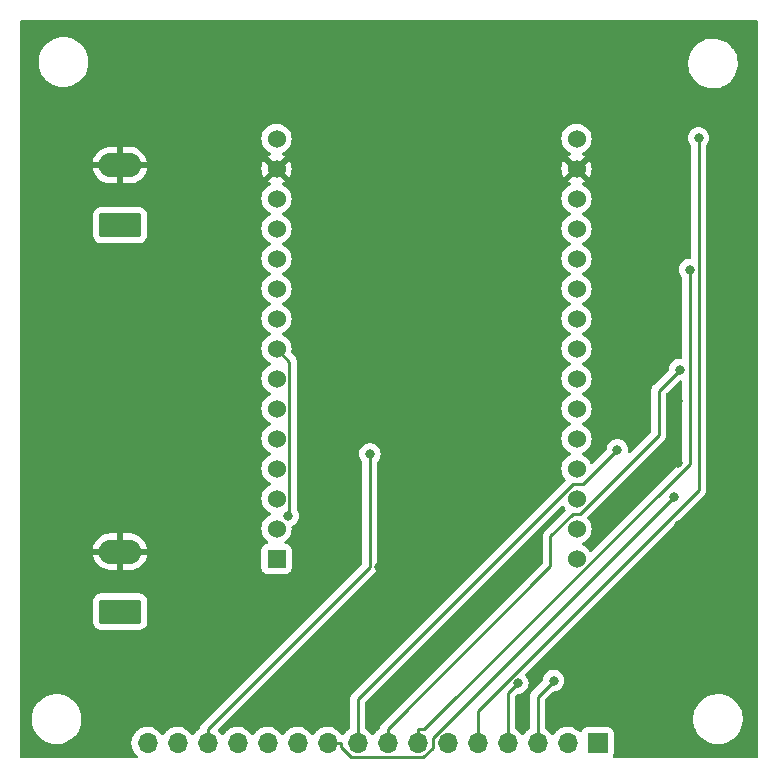
<source format=gbr>
%TF.GenerationSoftware,KiCad,Pcbnew,(6.0.10)*%
%TF.CreationDate,2023-03-15T17:39:42-04:00*%
%TF.ProjectId,pwm_pcb,70776d5f-7063-4622-9e6b-696361645f70,rev?*%
%TF.SameCoordinates,Original*%
%TF.FileFunction,Copper,L2,Bot*%
%TF.FilePolarity,Positive*%
%FSLAX46Y46*%
G04 Gerber Fmt 4.6, Leading zero omitted, Abs format (unit mm)*
G04 Created by KiCad (PCBNEW (6.0.10)) date 2023-03-15 17:39:42*
%MOMM*%
%LPD*%
G01*
G04 APERTURE LIST*
G04 Aperture macros list*
%AMRoundRect*
0 Rectangle with rounded corners*
0 $1 Rounding radius*
0 $2 $3 $4 $5 $6 $7 $8 $9 X,Y pos of 4 corners*
0 Add a 4 corners polygon primitive as box body*
4,1,4,$2,$3,$4,$5,$6,$7,$8,$9,$2,$3,0*
0 Add four circle primitives for the rounded corners*
1,1,$1+$1,$2,$3*
1,1,$1+$1,$4,$5*
1,1,$1+$1,$6,$7*
1,1,$1+$1,$8,$9*
0 Add four rect primitives between the rounded corners*
20,1,$1+$1,$2,$3,$4,$5,0*
20,1,$1+$1,$4,$5,$6,$7,0*
20,1,$1+$1,$6,$7,$8,$9,0*
20,1,$1+$1,$8,$9,$2,$3,0*%
G04 Aperture macros list end*
%TA.AperFunction,ComponentPad*%
%ADD10R,1.700000X1.700000*%
%TD*%
%TA.AperFunction,ComponentPad*%
%ADD11O,1.700000X1.700000*%
%TD*%
%TA.AperFunction,ComponentPad*%
%ADD12O,3.600000X2.080000*%
%TD*%
%TA.AperFunction,ComponentPad*%
%ADD13RoundRect,0.249999X1.550001X-0.790001X1.550001X0.790001X-1.550001X0.790001X-1.550001X-0.790001X0*%
%TD*%
%TA.AperFunction,ComponentPad*%
%ADD14R,1.524000X1.524000*%
%TD*%
%TA.AperFunction,ComponentPad*%
%ADD15C,1.524000*%
%TD*%
%TA.AperFunction,ViaPad*%
%ADD16C,0.800000*%
%TD*%
%TA.AperFunction,Conductor*%
%ADD17C,0.250000*%
%TD*%
G04 APERTURE END LIST*
D10*
%TO.P,J3,1,Pin_1*%
%TO.N,LED_1*%
X138303000Y-112522000D03*
D11*
%TO.P,J3,2,Pin_2*%
%TO.N,LED_2*%
X135763000Y-112522000D03*
%TO.P,J3,3,Pin_3*%
%TO.N,LED_3*%
X133223000Y-112522000D03*
%TO.P,J3,4,Pin_4*%
%TO.N,LED_4*%
X130683000Y-112522000D03*
%TO.P,J3,5,Pin_5*%
%TO.N,LED_5*%
X128143000Y-112522000D03*
%TO.P,J3,6,Pin_6*%
%TO.N,LED_6*%
X125603000Y-112522000D03*
%TO.P,J3,7,Pin_7*%
%TO.N,LED_7*%
X123063000Y-112522000D03*
%TO.P,J3,8,Pin_8*%
%TO.N,LED_8*%
X120523000Y-112522000D03*
%TO.P,J3,9,Pin_9*%
%TO.N,LED_9*%
X117983000Y-112522000D03*
%TO.P,J3,10,Pin_10*%
%TO.N,LED_10*%
X115443000Y-112522000D03*
%TO.P,J3,11,Pin_11*%
%TO.N,LED_11*%
X112903000Y-112522000D03*
%TO.P,J3,12,Pin_12*%
%TO.N,LED_12*%
X110363000Y-112522000D03*
%TO.P,J3,13,Pin_13*%
%TO.N,LED_13*%
X107823000Y-112522000D03*
%TO.P,J3,14,Pin_14*%
%TO.N,LED_14*%
X105283000Y-112522000D03*
%TO.P,J3,15,Pin_15*%
%TO.N,LED_15*%
X102743000Y-112522000D03*
%TO.P,J3,16,Pin_16*%
%TO.N,LED_16*%
X100203000Y-112522000D03*
%TD*%
D12*
%TO.P,J2,2,Pin_2*%
%TO.N,GND*%
X97877500Y-96320000D03*
D13*
%TO.P,J2,1,Pin_1*%
%TO.N,Net-(D4-Pad2)*%
X97877500Y-101400000D03*
%TD*%
D14*
%TO.P,U1,1,EN*%
%TO.N,unconnected-(U1-Pad1)*%
X111125000Y-96926000D03*
D15*
%TO.P,U1,2,SENSOR_VP*%
%TO.N,unconnected-(U1-Pad2)*%
X111125000Y-94386000D03*
%TO.P,U1,3,SENSOR_VN*%
%TO.N,unconnected-(U1-Pad3)*%
X111125000Y-91846000D03*
%TO.P,U1,4,IO34*%
%TO.N,unconnected-(U1-Pad4)*%
X111125000Y-89306000D03*
%TO.P,U1,5,IO35*%
%TO.N,unconnected-(U1-Pad5)*%
X111125000Y-86766000D03*
%TO.P,U1,6,IO32*%
%TO.N,PWM_16*%
X111125000Y-84226000D03*
%TO.P,U1,7,IO33*%
%TO.N,unconnected-(U1-Pad7)*%
X111125000Y-81686000D03*
%TO.P,U1,8,IO25*%
%TO.N,PWM_13*%
X111125000Y-79146000D03*
%TO.P,U1,9,IO26*%
%TO.N,PWM_14*%
X111125000Y-76606000D03*
%TO.P,U1,10,IO27*%
%TO.N,PWM_15*%
X111125000Y-74066000D03*
%TO.P,U1,11,IO14*%
%TO.N,PWM_4*%
X111125000Y-71526000D03*
%TO.P,U1,12,IO12*%
%TO.N,PWM_2*%
X111125000Y-68986000D03*
%TO.P,U1,13,IO13*%
%TO.N,PWM_3*%
X111125000Y-66446000D03*
%TO.P,U1,14,GND*%
%TO.N,GND*%
X111125000Y-63906000D03*
%TO.P,U1,15,VIN*%
%TO.N,esp32_power*%
X111125000Y-61366000D03*
%TO.P,U1,16,3V3*%
%TO.N,unconnected-(U1-Pad16)*%
X136525000Y-61366000D03*
%TO.P,U1,17,GND*%
%TO.N,GND*%
X136525000Y-63906000D03*
%TO.P,U1,18,IO15*%
%TO.N,PWM_5*%
X136525000Y-66446000D03*
%TO.P,U1,19,IO2*%
%TO.N,unconnected-(U1-Pad19)*%
X136525000Y-68986000D03*
%TO.P,U1,20,IO4*%
%TO.N,unconnected-(U1-Pad20)*%
X136525000Y-71526000D03*
%TO.P,U1,21,IO16*%
%TO.N,PWM_6*%
X136525000Y-74066000D03*
%TO.P,U1,22,IO17*%
%TO.N,PWM_7*%
X136525000Y-76606000D03*
%TO.P,U1,23,IO5*%
%TO.N,PWM_1*%
X136525000Y-79146000D03*
%TO.P,U1,24,IO18*%
%TO.N,PWM_8*%
X136525000Y-81686000D03*
%TO.P,U1,25,IO19*%
%TO.N,PWM_9*%
X136525000Y-84226000D03*
%TO.P,U1,26,IO21*%
%TO.N,PWM_10*%
X136525000Y-86766000D03*
%TO.P,U1,27,RXD0/IO3*%
%TO.N,unconnected-(U1-Pad27)*%
X136525000Y-89306000D03*
%TO.P,U1,28,TXD0/IO1*%
%TO.N,unconnected-(U1-Pad28)*%
X136525000Y-91846000D03*
%TO.P,U1,29,IO22*%
%TO.N,PWM_11*%
X136525000Y-94386000D03*
%TO.P,U1,30,IO23*%
%TO.N,PWM_12*%
X136525000Y-96926000D03*
%TD*%
D12*
%TO.P,J1,2,Pin_2*%
%TO.N,GND*%
X97877500Y-63600000D03*
D13*
%TO.P,J1,1,Pin_1*%
%TO.N,+VDC*%
X97877500Y-68680000D03*
%TD*%
D16*
%TO.N,GND*%
X143200000Y-80600000D03*
X118200000Y-106800000D03*
X120800000Y-107600000D03*
%TO.N,PWM_13*%
X112120000Y-93283400D03*
%TO.N,LED_14*%
X119031900Y-88042300D03*
%TO.N,LED_10*%
X144741300Y-91712200D03*
%TO.N,LED_9*%
X139978300Y-87701500D03*
%TO.N,LED_8*%
X145265700Y-80902900D03*
%TO.N,LED_7*%
X146118200Y-72441900D03*
%TO.N,LED_5*%
X146858600Y-61292100D03*
%TO.N,LED_4*%
X131549300Y-107449700D03*
%TO.N,LED_3*%
X134585000Y-107247200D03*
%TO.N,GND*%
X145144700Y-105116900D03*
X119782700Y-97612500D03*
X115540500Y-58747500D03*
X149733000Y-84115200D03*
X119699900Y-69272700D03*
X144018000Y-71312800D03*
X149733000Y-60310200D03*
X149733000Y-67627700D03*
X120018000Y-90357500D03*
X149733000Y-104249500D03*
X145143800Y-61941700D03*
X90527500Y-87215900D03*
X103720400Y-64360600D03*
X122485100Y-97056000D03*
X123825000Y-68021200D03*
X144924700Y-77052600D03*
X149733000Y-100580100D03*
X149733000Y-93258400D03*
X149733000Y-89589800D03*
X149733000Y-76786300D03*
X90037500Y-77519900D03*
X109600000Y-59596700D03*
X119696600Y-61432200D03*
X119755100Y-75675200D03*
X120018000Y-83149400D03*
X123825000Y-73672200D03*
X123825000Y-58666800D03*
X123825000Y-82972200D03*
X123825000Y-88616200D03*
X145131700Y-99854600D03*
X145135700Y-88825100D03*
X149733000Y-73101200D03*
X123373600Y-105454700D03*
X145164200Y-94082600D03*
X145144800Y-67372200D03*
X145152100Y-83530400D03*
X92750000Y-81146100D03*
X119741300Y-104829300D03*
%TD*%
D17*
%TO.N,PWM_13*%
X112212200Y-93191200D02*
X112120000Y-93283400D01*
X112212200Y-80233200D02*
X112212200Y-93191200D01*
X111125000Y-79146000D02*
X112212200Y-80233200D01*
%TO.N,LED_14*%
X119031900Y-97598000D02*
X119031900Y-88042300D01*
X105283000Y-111346900D02*
X119031900Y-97598000D01*
X105283000Y-112522000D02*
X105283000Y-111346900D01*
%TO.N,LED_10*%
X115443000Y-112522000D02*
X116618100Y-112522000D01*
X124333000Y-112120500D02*
X144741300Y-91712200D01*
X124333000Y-112935500D02*
X124333000Y-112120500D01*
X123566400Y-113702100D02*
X124333000Y-112935500D01*
X117431000Y-113702100D02*
X123566400Y-113702100D01*
X116618100Y-112889200D02*
X117431000Y-113702100D01*
X116618100Y-112522000D02*
X116618100Y-112889200D01*
%TO.N,LED_9*%
X137103800Y-90576000D02*
X139978300Y-87701500D01*
X136235200Y-90576000D02*
X137103800Y-90576000D01*
X117983000Y-108828200D02*
X136235200Y-90576000D01*
X117983000Y-112522000D02*
X117983000Y-108828200D01*
%TO.N,LED_8*%
X143490300Y-82678300D02*
X145265700Y-80902900D01*
X143490300Y-86427200D02*
X143490300Y-82678300D01*
X136801500Y-93116000D02*
X143490300Y-86427200D01*
X136242600Y-93116000D02*
X136801500Y-93116000D01*
X134323300Y-95035300D02*
X136242600Y-93116000D01*
X134323300Y-97546600D02*
X134323300Y-95035300D01*
X120523000Y-111346900D02*
X134323300Y-97546600D01*
X120523000Y-112522000D02*
X120523000Y-111346900D01*
%TO.N,LED_7*%
X146118200Y-88879300D02*
X146118200Y-72441900D01*
X123650600Y-111346900D02*
X146118200Y-88879300D01*
X123063000Y-111346900D02*
X123650600Y-111346900D01*
X123063000Y-112522000D02*
X123063000Y-111346900D01*
%TO.N,LED_5*%
X128143000Y-112522000D02*
X128143000Y-111346900D01*
X128143000Y-109830600D02*
X128143000Y-111346900D01*
X146858600Y-91115000D02*
X128143000Y-109830600D01*
X146858600Y-61292100D02*
X146858600Y-91115000D01*
%TO.N,LED_4*%
X130683000Y-108316000D02*
X131549300Y-107449700D01*
X130683000Y-112522000D02*
X130683000Y-108316000D01*
%TO.N,LED_3*%
X133223000Y-108609200D02*
X134585000Y-107247200D01*
X133223000Y-112522000D02*
X133223000Y-108609200D01*
%TD*%
%TA.AperFunction,Conductor*%
%TO.N,GND*%
G36*
X151833621Y-51328502D02*
G01*
X151880114Y-51382158D01*
X151891500Y-51434500D01*
X151891500Y-113665500D01*
X151871498Y-113733621D01*
X151817842Y-113780114D01*
X151765500Y-113791500D01*
X139720193Y-113791500D01*
X139652072Y-113771498D01*
X139605579Y-113717842D01*
X139595475Y-113647568D01*
X139604933Y-113619199D01*
X139603615Y-113618705D01*
X139651971Y-113489715D01*
X139654745Y-113482316D01*
X139661500Y-113420134D01*
X139661500Y-111623866D01*
X139654745Y-111561684D01*
X139603615Y-111425295D01*
X139516261Y-111308739D01*
X139399705Y-111221385D01*
X139263316Y-111170255D01*
X139201134Y-111163500D01*
X137404866Y-111163500D01*
X137342684Y-111170255D01*
X137206295Y-111221385D01*
X137089739Y-111308739D01*
X137002385Y-111425295D01*
X136999233Y-111433703D01*
X136957919Y-111543907D01*
X136915277Y-111600671D01*
X136848716Y-111625371D01*
X136779367Y-111610163D01*
X136746743Y-111584476D01*
X136696151Y-111528875D01*
X136696142Y-111528866D01*
X136692670Y-111525051D01*
X136688619Y-111521852D01*
X136688615Y-111521848D01*
X136521414Y-111389800D01*
X136521410Y-111389798D01*
X136517359Y-111386598D01*
X136512831Y-111384098D01*
X136417304Y-111331365D01*
X136321789Y-111278638D01*
X136316920Y-111276914D01*
X136316916Y-111276912D01*
X136116087Y-111205795D01*
X136116083Y-111205794D01*
X136111212Y-111204069D01*
X136106119Y-111203162D01*
X136106116Y-111203161D01*
X135896373Y-111165800D01*
X135896367Y-111165799D01*
X135891284Y-111164894D01*
X135817452Y-111163992D01*
X135673081Y-111162228D01*
X135673079Y-111162228D01*
X135667911Y-111162165D01*
X135447091Y-111195955D01*
X135234756Y-111265357D01*
X135204443Y-111281137D01*
X135060975Y-111355822D01*
X135036607Y-111368507D01*
X135032474Y-111371610D01*
X135032471Y-111371612D01*
X134884384Y-111482799D01*
X134857965Y-111502635D01*
X134818525Y-111543907D01*
X134764280Y-111600671D01*
X134703629Y-111664138D01*
X134596201Y-111821621D01*
X134541293Y-111866621D01*
X134470768Y-111874792D01*
X134407021Y-111843538D01*
X134386324Y-111819054D01*
X134305822Y-111694617D01*
X134305820Y-111694614D01*
X134303014Y-111690277D01*
X134152670Y-111525051D01*
X134148619Y-111521852D01*
X134148615Y-111521848D01*
X133981414Y-111389800D01*
X133981410Y-111389798D01*
X133977359Y-111386598D01*
X133972835Y-111384101D01*
X133972831Y-111384098D01*
X133921608Y-111355822D01*
X133871636Y-111305390D01*
X133856500Y-111245513D01*
X133856500Y-110632703D01*
X146390743Y-110632703D01*
X146391302Y-110636947D01*
X146391302Y-110636951D01*
X146402193Y-110719675D01*
X146428268Y-110917734D01*
X146429401Y-110921874D01*
X146429401Y-110921876D01*
X146431694Y-110930256D01*
X146504129Y-111195036D01*
X146505813Y-111198984D01*
X146605007Y-111431539D01*
X146616923Y-111459476D01*
X146667454Y-111543907D01*
X146755055Y-111690277D01*
X146764561Y-111706161D01*
X146944313Y-111930528D01*
X146961397Y-111946740D01*
X147071586Y-112051305D01*
X147152851Y-112128423D01*
X147386317Y-112296186D01*
X147390112Y-112298195D01*
X147390113Y-112298196D01*
X147411869Y-112309715D01*
X147640392Y-112430712D01*
X147910373Y-112529511D01*
X148191264Y-112590755D01*
X148219841Y-112593004D01*
X148414282Y-112608307D01*
X148414291Y-112608307D01*
X148416739Y-112608500D01*
X148572271Y-112608500D01*
X148574407Y-112608354D01*
X148574418Y-112608354D01*
X148782548Y-112594165D01*
X148782554Y-112594164D01*
X148786825Y-112593873D01*
X148791020Y-112593004D01*
X148791022Y-112593004D01*
X148927584Y-112564723D01*
X149068342Y-112535574D01*
X149339343Y-112439607D01*
X149594812Y-112307750D01*
X149598313Y-112305289D01*
X149598317Y-112305287D01*
X149712418Y-112225095D01*
X149830023Y-112142441D01*
X149933149Y-112046610D01*
X150037479Y-111949661D01*
X150037481Y-111949658D01*
X150040622Y-111946740D01*
X150222713Y-111724268D01*
X150372927Y-111479142D01*
X150380703Y-111461429D01*
X150486757Y-111219830D01*
X150488483Y-111215898D01*
X150567244Y-110939406D01*
X150607751Y-110654784D01*
X150607845Y-110636951D01*
X150609235Y-110371583D01*
X150609235Y-110371576D01*
X150609257Y-110367297D01*
X150571732Y-110082266D01*
X150495871Y-109804964D01*
X150383077Y-109540524D01*
X150235439Y-109293839D01*
X150055687Y-109069472D01*
X149847149Y-108871577D01*
X149613683Y-108703814D01*
X149605704Y-108699589D01*
X149512150Y-108650055D01*
X149359608Y-108569288D01*
X149089627Y-108470489D01*
X148808736Y-108409245D01*
X148777685Y-108406801D01*
X148585718Y-108391693D01*
X148585709Y-108391693D01*
X148583261Y-108391500D01*
X148427729Y-108391500D01*
X148425593Y-108391646D01*
X148425582Y-108391646D01*
X148217452Y-108405835D01*
X148217446Y-108405836D01*
X148213175Y-108406127D01*
X148208980Y-108406996D01*
X148208978Y-108406996D01*
X148143050Y-108420649D01*
X147931658Y-108464426D01*
X147660657Y-108560393D01*
X147656848Y-108562359D01*
X147486940Y-108650055D01*
X147405188Y-108692250D01*
X147401687Y-108694711D01*
X147401683Y-108694713D01*
X147391594Y-108701804D01*
X147169977Y-108857559D01*
X147154892Y-108871577D01*
X146978922Y-109035099D01*
X146959378Y-109053260D01*
X146777287Y-109275732D01*
X146627073Y-109520858D01*
X146511517Y-109784102D01*
X146510342Y-109788229D01*
X146510341Y-109788230D01*
X146472136Y-109922348D01*
X146432756Y-110060594D01*
X146392249Y-110345216D01*
X146392227Y-110349505D01*
X146392226Y-110349512D01*
X146390765Y-110628417D01*
X146390743Y-110632703D01*
X133856500Y-110632703D01*
X133856500Y-108923795D01*
X133876502Y-108855674D01*
X133893405Y-108834699D01*
X134535501Y-108192604D01*
X134597813Y-108158579D01*
X134624596Y-108155700D01*
X134680487Y-108155700D01*
X134686939Y-108154328D01*
X134686944Y-108154328D01*
X134773887Y-108135847D01*
X134867288Y-108115994D01*
X134890739Y-108105553D01*
X135035722Y-108041003D01*
X135035724Y-108041002D01*
X135041752Y-108038318D01*
X135196253Y-107926066D01*
X135324040Y-107784144D01*
X135419527Y-107618756D01*
X135478542Y-107437128D01*
X135498504Y-107247200D01*
X135478542Y-107057272D01*
X135419527Y-106875644D01*
X135324040Y-106710256D01*
X135196253Y-106568334D01*
X135041752Y-106456082D01*
X135035724Y-106453398D01*
X135035722Y-106453397D01*
X134873319Y-106381091D01*
X134873318Y-106381091D01*
X134867288Y-106378406D01*
X134773888Y-106358553D01*
X134686944Y-106340072D01*
X134686939Y-106340072D01*
X134680487Y-106338700D01*
X134489513Y-106338700D01*
X134483061Y-106340072D01*
X134483056Y-106340072D01*
X134396112Y-106358553D01*
X134302712Y-106378406D01*
X134296682Y-106381091D01*
X134296681Y-106381091D01*
X134134278Y-106453397D01*
X134134276Y-106453398D01*
X134128248Y-106456082D01*
X133973747Y-106568334D01*
X133845960Y-106710256D01*
X133750473Y-106875644D01*
X133691458Y-107057272D01*
X133690768Y-107063833D01*
X133690768Y-107063835D01*
X133674093Y-107222492D01*
X133647080Y-107288149D01*
X133637878Y-107298418D01*
X132830742Y-108105553D01*
X132822463Y-108113087D01*
X132815982Y-108117200D01*
X132777125Y-108158579D01*
X132769357Y-108166851D01*
X132766602Y-108169693D01*
X132746865Y-108189430D01*
X132744385Y-108192627D01*
X132736682Y-108201647D01*
X132706414Y-108233879D01*
X132702595Y-108240825D01*
X132702593Y-108240828D01*
X132696652Y-108251634D01*
X132685801Y-108268153D01*
X132673386Y-108284159D01*
X132670241Y-108291428D01*
X132670238Y-108291432D01*
X132655826Y-108324737D01*
X132650609Y-108335387D01*
X132629305Y-108374140D01*
X132627334Y-108381815D01*
X132627334Y-108381816D01*
X132624267Y-108393762D01*
X132617863Y-108412466D01*
X132609819Y-108431055D01*
X132608580Y-108438878D01*
X132608577Y-108438888D01*
X132602901Y-108474724D01*
X132600495Y-108486344D01*
X132597785Y-108496899D01*
X132589500Y-108529170D01*
X132589500Y-108549424D01*
X132587949Y-108569134D01*
X132584780Y-108589143D01*
X132585526Y-108597035D01*
X132588941Y-108633161D01*
X132589500Y-108645019D01*
X132589500Y-111243692D01*
X132569498Y-111311813D01*
X132521683Y-111355453D01*
X132496607Y-111368507D01*
X132492474Y-111371610D01*
X132492471Y-111371612D01*
X132344384Y-111482799D01*
X132317965Y-111502635D01*
X132278525Y-111543907D01*
X132224280Y-111600671D01*
X132163629Y-111664138D01*
X132056201Y-111821621D01*
X132001293Y-111866621D01*
X131930768Y-111874792D01*
X131867021Y-111843538D01*
X131846324Y-111819054D01*
X131765822Y-111694617D01*
X131765820Y-111694614D01*
X131763014Y-111690277D01*
X131612670Y-111525051D01*
X131608619Y-111521852D01*
X131608615Y-111521848D01*
X131441414Y-111389800D01*
X131441410Y-111389798D01*
X131437359Y-111386598D01*
X131432835Y-111384101D01*
X131432831Y-111384098D01*
X131381608Y-111355822D01*
X131331636Y-111305390D01*
X131316500Y-111245513D01*
X131316500Y-108630594D01*
X131336502Y-108562473D01*
X131353405Y-108541499D01*
X131499799Y-108395105D01*
X131562111Y-108361079D01*
X131588894Y-108358200D01*
X131644787Y-108358200D01*
X131651239Y-108356828D01*
X131651244Y-108356828D01*
X131765521Y-108332537D01*
X131831588Y-108318494D01*
X131892371Y-108291432D01*
X132000022Y-108243503D01*
X132000024Y-108243502D01*
X132006052Y-108240818D01*
X132160553Y-108128566D01*
X132174082Y-108113541D01*
X132283921Y-107991552D01*
X132283922Y-107991551D01*
X132288340Y-107986644D01*
X132383827Y-107821256D01*
X132442842Y-107639628D01*
X132462804Y-107449700D01*
X132442842Y-107259772D01*
X132383827Y-107078144D01*
X132288340Y-106912756D01*
X132211239Y-106827126D01*
X132180523Y-106763121D01*
X132189287Y-106692667D01*
X132215781Y-106653723D01*
X147250847Y-91618657D01*
X147259137Y-91611113D01*
X147265618Y-91607000D01*
X147312259Y-91557332D01*
X147315013Y-91554491D01*
X147334734Y-91534770D01*
X147337212Y-91531575D01*
X147344918Y-91522553D01*
X147369758Y-91496101D01*
X147375186Y-91490321D01*
X147384946Y-91472568D01*
X147395799Y-91456045D01*
X147403353Y-91446306D01*
X147408213Y-91440041D01*
X147425776Y-91399457D01*
X147430983Y-91388827D01*
X147452295Y-91350060D01*
X147454266Y-91342383D01*
X147454268Y-91342378D01*
X147457332Y-91330442D01*
X147463738Y-91311730D01*
X147468634Y-91300417D01*
X147471781Y-91293145D01*
X147478697Y-91249481D01*
X147481104Y-91237860D01*
X147490128Y-91202711D01*
X147490128Y-91202710D01*
X147492100Y-91195030D01*
X147492100Y-91174769D01*
X147493651Y-91155058D01*
X147495579Y-91142885D01*
X147496819Y-91135057D01*
X147492659Y-91091046D01*
X147492100Y-91079189D01*
X147492100Y-61994624D01*
X147512102Y-61926503D01*
X147524458Y-61910321D01*
X147597640Y-61829044D01*
X147693127Y-61663656D01*
X147752142Y-61482028D01*
X147763762Y-61371475D01*
X147771414Y-61298665D01*
X147772104Y-61292100D01*
X147752142Y-61102172D01*
X147693127Y-60920544D01*
X147597640Y-60755156D01*
X147573481Y-60728324D01*
X147474275Y-60618145D01*
X147474274Y-60618144D01*
X147469853Y-60613234D01*
X147315352Y-60500982D01*
X147309324Y-60498298D01*
X147309322Y-60498297D01*
X147146919Y-60425991D01*
X147146918Y-60425991D01*
X147140888Y-60423306D01*
X147047487Y-60403453D01*
X146960544Y-60384972D01*
X146960539Y-60384972D01*
X146954087Y-60383600D01*
X146763113Y-60383600D01*
X146756661Y-60384972D01*
X146756656Y-60384972D01*
X146669713Y-60403453D01*
X146576312Y-60423306D01*
X146570282Y-60425991D01*
X146570281Y-60425991D01*
X146407878Y-60498297D01*
X146407876Y-60498298D01*
X146401848Y-60500982D01*
X146247347Y-60613234D01*
X146242926Y-60618144D01*
X146242925Y-60618145D01*
X146143720Y-60728324D01*
X146119560Y-60755156D01*
X146024073Y-60920544D01*
X145965058Y-61102172D01*
X145945096Y-61292100D01*
X145945786Y-61298665D01*
X145953439Y-61371475D01*
X145965058Y-61482028D01*
X146024073Y-61663656D01*
X146119560Y-61829044D01*
X146192737Y-61910315D01*
X146223453Y-61974321D01*
X146225100Y-61994624D01*
X146225100Y-71407400D01*
X146205098Y-71475521D01*
X146151442Y-71522014D01*
X146099100Y-71533400D01*
X146022713Y-71533400D01*
X146016261Y-71534772D01*
X146016256Y-71534772D01*
X145929312Y-71553253D01*
X145835912Y-71573106D01*
X145829882Y-71575791D01*
X145829881Y-71575791D01*
X145667478Y-71648097D01*
X145667476Y-71648098D01*
X145661448Y-71650782D01*
X145506947Y-71763034D01*
X145379160Y-71904956D01*
X145283673Y-72070344D01*
X145224658Y-72251972D01*
X145223968Y-72258533D01*
X145223968Y-72258535D01*
X145214798Y-72345781D01*
X145204696Y-72441900D01*
X145224658Y-72631828D01*
X145283673Y-72813456D01*
X145379160Y-72978844D01*
X145452337Y-73060115D01*
X145483053Y-73124121D01*
X145484700Y-73144424D01*
X145484700Y-79868400D01*
X145464698Y-79936521D01*
X145411042Y-79983014D01*
X145358700Y-79994400D01*
X145170213Y-79994400D01*
X145163761Y-79995772D01*
X145163756Y-79995772D01*
X145076812Y-80014253D01*
X144983412Y-80034106D01*
X144977382Y-80036791D01*
X144977381Y-80036791D01*
X144814978Y-80109097D01*
X144814976Y-80109098D01*
X144808948Y-80111782D01*
X144654447Y-80224034D01*
X144650026Y-80228944D01*
X144650025Y-80228945D01*
X144542178Y-80348722D01*
X144526660Y-80365956D01*
X144431173Y-80531344D01*
X144372158Y-80712972D01*
X144371468Y-80719533D01*
X144371468Y-80719535D01*
X144354793Y-80878193D01*
X144327780Y-80943850D01*
X144318578Y-80954118D01*
X143098047Y-82174648D01*
X143089761Y-82182188D01*
X143083282Y-82186300D01*
X143077857Y-82192077D01*
X143036657Y-82235951D01*
X143033902Y-82238793D01*
X143014165Y-82258530D01*
X143011685Y-82261727D01*
X143003982Y-82270747D01*
X142973714Y-82302979D01*
X142969895Y-82309925D01*
X142969893Y-82309928D01*
X142963952Y-82320734D01*
X142953101Y-82337253D01*
X142940686Y-82353259D01*
X142937541Y-82360528D01*
X142937538Y-82360532D01*
X142923126Y-82393837D01*
X142917909Y-82404487D01*
X142896605Y-82443240D01*
X142894634Y-82450915D01*
X142894634Y-82450916D01*
X142891567Y-82462862D01*
X142885163Y-82481566D01*
X142877119Y-82500155D01*
X142875880Y-82507978D01*
X142875877Y-82507988D01*
X142870201Y-82543824D01*
X142867795Y-82555444D01*
X142856800Y-82598270D01*
X142856800Y-82618524D01*
X142855249Y-82638234D01*
X142852080Y-82658243D01*
X142852826Y-82666135D01*
X142856241Y-82702261D01*
X142856800Y-82714119D01*
X142856800Y-86112606D01*
X142836798Y-86180727D01*
X142819895Y-86201701D01*
X141093099Y-87928496D01*
X141030787Y-87962522D01*
X140959971Y-87957457D01*
X140903136Y-87914910D01*
X140878325Y-87848390D01*
X140878694Y-87826236D01*
X140891804Y-87701500D01*
X140879642Y-87585781D01*
X140872532Y-87518135D01*
X140872532Y-87518133D01*
X140871842Y-87511572D01*
X140812827Y-87329944D01*
X140717340Y-87164556D01*
X140589553Y-87022634D01*
X140454634Y-86924609D01*
X140440394Y-86914263D01*
X140440393Y-86914262D01*
X140435052Y-86910382D01*
X140429024Y-86907698D01*
X140429022Y-86907697D01*
X140266619Y-86835391D01*
X140266618Y-86835391D01*
X140260588Y-86832706D01*
X140167188Y-86812853D01*
X140080244Y-86794372D01*
X140080239Y-86794372D01*
X140073787Y-86793000D01*
X139882813Y-86793000D01*
X139876361Y-86794372D01*
X139876356Y-86794372D01*
X139789412Y-86812853D01*
X139696012Y-86832706D01*
X139689982Y-86835391D01*
X139689981Y-86835391D01*
X139527578Y-86907697D01*
X139527576Y-86907698D01*
X139521548Y-86910382D01*
X139516207Y-86914262D01*
X139516206Y-86914263D01*
X139501966Y-86924609D01*
X139367047Y-87022634D01*
X139239260Y-87164556D01*
X139143773Y-87329944D01*
X139084758Y-87511572D01*
X139084068Y-87518133D01*
X139084068Y-87518135D01*
X139067393Y-87676793D01*
X139040380Y-87742450D01*
X139031178Y-87752718D01*
X137911312Y-88872584D01*
X137849000Y-88906610D01*
X137778185Y-88901545D01*
X137721349Y-88858998D01*
X137708022Y-88836739D01*
X137631814Y-88673311D01*
X137631811Y-88673306D01*
X137629488Y-88668324D01*
X137619319Y-88653801D01*
X137505136Y-88490730D01*
X137505134Y-88490727D01*
X137501977Y-88486219D01*
X137344781Y-88329023D01*
X137340273Y-88325866D01*
X137340270Y-88325864D01*
X137264505Y-88272813D01*
X137162677Y-88201512D01*
X137157695Y-88199189D01*
X137157690Y-88199186D01*
X137052627Y-88150195D01*
X136999342Y-88103278D01*
X136979881Y-88035001D01*
X137000423Y-87967041D01*
X137052627Y-87921805D01*
X137157690Y-87872814D01*
X137157695Y-87872811D01*
X137162677Y-87870488D01*
X137264505Y-87799187D01*
X137340270Y-87746136D01*
X137340273Y-87746134D01*
X137344781Y-87742977D01*
X137501977Y-87585781D01*
X137554288Y-87511074D01*
X137626331Y-87408185D01*
X137626332Y-87408183D01*
X137629488Y-87403676D01*
X137631811Y-87398694D01*
X137631814Y-87398689D01*
X137721117Y-87207178D01*
X137721118Y-87207177D01*
X137723440Y-87202196D01*
X137780978Y-86987463D01*
X137800353Y-86766000D01*
X137780978Y-86544537D01*
X137723440Y-86329804D01*
X137721117Y-86324822D01*
X137631814Y-86133311D01*
X137631811Y-86133306D01*
X137629488Y-86128324D01*
X137501977Y-85946219D01*
X137344781Y-85789023D01*
X137340273Y-85785866D01*
X137340270Y-85785864D01*
X137264505Y-85732813D01*
X137162677Y-85661512D01*
X137157695Y-85659189D01*
X137157690Y-85659186D01*
X137052627Y-85610195D01*
X136999342Y-85563278D01*
X136979881Y-85495001D01*
X137000423Y-85427041D01*
X137052627Y-85381805D01*
X137157690Y-85332814D01*
X137157695Y-85332811D01*
X137162677Y-85330488D01*
X137264505Y-85259187D01*
X137340270Y-85206136D01*
X137340273Y-85206134D01*
X137344781Y-85202977D01*
X137501977Y-85045781D01*
X137629488Y-84863676D01*
X137631811Y-84858694D01*
X137631814Y-84858689D01*
X137721117Y-84667178D01*
X137721118Y-84667177D01*
X137723440Y-84662196D01*
X137780978Y-84447463D01*
X137800353Y-84226000D01*
X137780978Y-84004537D01*
X137723440Y-83789804D01*
X137721117Y-83784822D01*
X137631814Y-83593311D01*
X137631811Y-83593306D01*
X137629488Y-83588324D01*
X137501977Y-83406219D01*
X137344781Y-83249023D01*
X137340273Y-83245866D01*
X137340270Y-83245864D01*
X137264505Y-83192813D01*
X137162677Y-83121512D01*
X137157695Y-83119189D01*
X137157690Y-83119186D01*
X137052627Y-83070195D01*
X136999342Y-83023278D01*
X136979881Y-82955001D01*
X137000423Y-82887041D01*
X137052627Y-82841805D01*
X137157690Y-82792814D01*
X137157695Y-82792811D01*
X137162677Y-82790488D01*
X137288678Y-82702261D01*
X137340270Y-82666136D01*
X137340273Y-82666134D01*
X137344781Y-82662977D01*
X137501977Y-82505781D01*
X137505917Y-82500155D01*
X137626331Y-82328185D01*
X137626332Y-82328183D01*
X137629488Y-82323676D01*
X137631811Y-82318694D01*
X137631814Y-82318689D01*
X137721117Y-82127178D01*
X137721118Y-82127177D01*
X137723440Y-82122196D01*
X137780978Y-81907463D01*
X137800353Y-81686000D01*
X137780978Y-81464537D01*
X137723440Y-81249804D01*
X137721117Y-81244822D01*
X137631814Y-81053311D01*
X137631811Y-81053306D01*
X137629488Y-81048324D01*
X137626331Y-81043815D01*
X137505136Y-80870730D01*
X137505134Y-80870727D01*
X137501977Y-80866219D01*
X137344781Y-80709023D01*
X137340273Y-80705866D01*
X137340270Y-80705864D01*
X137264505Y-80652813D01*
X137162677Y-80581512D01*
X137157695Y-80579189D01*
X137157690Y-80579186D01*
X137052627Y-80530195D01*
X136999342Y-80483278D01*
X136979881Y-80415001D01*
X137000423Y-80347041D01*
X137052627Y-80301805D01*
X137056269Y-80300107D01*
X137087885Y-80285364D01*
X137157690Y-80252814D01*
X137157695Y-80252811D01*
X137162677Y-80250488D01*
X137330023Y-80133311D01*
X137340270Y-80126136D01*
X137340273Y-80126134D01*
X137344781Y-80122977D01*
X137501977Y-79965781D01*
X137510481Y-79953637D01*
X137626331Y-79788185D01*
X137626332Y-79788183D01*
X137629488Y-79783676D01*
X137631811Y-79778694D01*
X137631814Y-79778689D01*
X137721117Y-79587178D01*
X137721118Y-79587177D01*
X137723440Y-79582196D01*
X137780978Y-79367463D01*
X137800353Y-79146000D01*
X137780978Y-78924537D01*
X137723440Y-78709804D01*
X137721117Y-78704822D01*
X137631814Y-78513311D01*
X137631811Y-78513306D01*
X137629488Y-78508324D01*
X137501977Y-78326219D01*
X137344781Y-78169023D01*
X137340273Y-78165866D01*
X137340270Y-78165864D01*
X137264505Y-78112813D01*
X137162677Y-78041512D01*
X137157695Y-78039189D01*
X137157690Y-78039186D01*
X137052627Y-77990195D01*
X136999342Y-77943278D01*
X136979881Y-77875001D01*
X137000423Y-77807041D01*
X137052627Y-77761805D01*
X137157690Y-77712814D01*
X137157695Y-77712811D01*
X137162677Y-77710488D01*
X137264505Y-77639187D01*
X137340270Y-77586136D01*
X137340273Y-77586134D01*
X137344781Y-77582977D01*
X137501977Y-77425781D01*
X137629488Y-77243676D01*
X137631811Y-77238694D01*
X137631814Y-77238689D01*
X137721117Y-77047178D01*
X137721118Y-77047177D01*
X137723440Y-77042196D01*
X137780978Y-76827463D01*
X137800353Y-76606000D01*
X137780978Y-76384537D01*
X137723440Y-76169804D01*
X137721117Y-76164822D01*
X137631814Y-75973311D01*
X137631811Y-75973306D01*
X137629488Y-75968324D01*
X137501977Y-75786219D01*
X137344781Y-75629023D01*
X137340273Y-75625866D01*
X137340270Y-75625864D01*
X137264505Y-75572813D01*
X137162677Y-75501512D01*
X137157695Y-75499189D01*
X137157690Y-75499186D01*
X137052627Y-75450195D01*
X136999342Y-75403278D01*
X136979881Y-75335001D01*
X137000423Y-75267041D01*
X137052627Y-75221805D01*
X137157690Y-75172814D01*
X137157695Y-75172811D01*
X137162677Y-75170488D01*
X137264505Y-75099187D01*
X137340270Y-75046136D01*
X137340273Y-75046134D01*
X137344781Y-75042977D01*
X137501977Y-74885781D01*
X137629488Y-74703676D01*
X137631811Y-74698694D01*
X137631814Y-74698689D01*
X137721117Y-74507178D01*
X137721118Y-74507177D01*
X137723440Y-74502196D01*
X137780978Y-74287463D01*
X137800353Y-74066000D01*
X137780978Y-73844537D01*
X137723440Y-73629804D01*
X137721117Y-73624822D01*
X137631814Y-73433311D01*
X137631811Y-73433306D01*
X137629488Y-73428324D01*
X137501977Y-73246219D01*
X137344781Y-73089023D01*
X137340273Y-73085866D01*
X137340270Y-73085864D01*
X137264505Y-73032813D01*
X137162677Y-72961512D01*
X137157695Y-72959189D01*
X137157690Y-72959186D01*
X137052627Y-72910195D01*
X136999342Y-72863278D01*
X136979881Y-72795001D01*
X137000423Y-72727041D01*
X137052627Y-72681805D01*
X137157690Y-72632814D01*
X137157695Y-72632811D01*
X137162677Y-72630488D01*
X137264505Y-72559187D01*
X137340270Y-72506136D01*
X137340273Y-72506134D01*
X137344781Y-72502977D01*
X137501977Y-72345781D01*
X137629488Y-72163676D01*
X137631811Y-72158694D01*
X137631814Y-72158689D01*
X137721117Y-71967178D01*
X137721118Y-71967177D01*
X137723440Y-71962196D01*
X137780978Y-71747463D01*
X137800353Y-71526000D01*
X137780978Y-71304537D01*
X137723440Y-71089804D01*
X137721117Y-71084822D01*
X137631814Y-70893311D01*
X137631811Y-70893306D01*
X137629488Y-70888324D01*
X137501977Y-70706219D01*
X137344781Y-70549023D01*
X137340273Y-70545866D01*
X137340270Y-70545864D01*
X137264505Y-70492813D01*
X137162677Y-70421512D01*
X137157695Y-70419189D01*
X137157690Y-70419186D01*
X137052627Y-70370195D01*
X136999342Y-70323278D01*
X136979881Y-70255001D01*
X137000423Y-70187041D01*
X137052627Y-70141805D01*
X137157690Y-70092814D01*
X137157695Y-70092811D01*
X137162677Y-70090488D01*
X137264505Y-70019187D01*
X137340270Y-69966136D01*
X137340273Y-69966134D01*
X137344781Y-69962977D01*
X137501977Y-69805781D01*
X137515127Y-69787002D01*
X137626331Y-69628185D01*
X137626332Y-69628183D01*
X137629488Y-69623676D01*
X137631811Y-69618694D01*
X137631814Y-69618689D01*
X137721117Y-69427178D01*
X137721118Y-69427177D01*
X137723440Y-69422196D01*
X137780978Y-69207463D01*
X137800353Y-68986000D01*
X137780978Y-68764537D01*
X137723440Y-68549804D01*
X137721117Y-68544822D01*
X137631814Y-68353311D01*
X137631811Y-68353306D01*
X137629488Y-68348324D01*
X137501977Y-68166219D01*
X137344781Y-68009023D01*
X137340273Y-68005866D01*
X137340270Y-68005864D01*
X137264505Y-67952813D01*
X137162677Y-67881512D01*
X137157695Y-67879189D01*
X137157690Y-67879186D01*
X137052627Y-67830195D01*
X136999342Y-67783278D01*
X136979881Y-67715001D01*
X137000423Y-67647041D01*
X137052627Y-67601805D01*
X137157690Y-67552814D01*
X137157695Y-67552811D01*
X137162677Y-67550488D01*
X137264505Y-67479187D01*
X137340270Y-67426136D01*
X137340273Y-67426134D01*
X137344781Y-67422977D01*
X137501977Y-67265781D01*
X137546830Y-67201725D01*
X137626331Y-67088185D01*
X137626332Y-67088183D01*
X137629488Y-67083676D01*
X137631811Y-67078694D01*
X137631814Y-67078689D01*
X137721117Y-66887178D01*
X137721118Y-66887177D01*
X137723440Y-66882196D01*
X137780978Y-66667463D01*
X137800353Y-66446000D01*
X137780978Y-66224537D01*
X137723440Y-66009804D01*
X137721117Y-66004822D01*
X137631814Y-65813311D01*
X137631811Y-65813306D01*
X137629488Y-65808324D01*
X137501977Y-65626219D01*
X137344781Y-65469023D01*
X137340273Y-65465866D01*
X137340270Y-65465864D01*
X137264505Y-65412813D01*
X137162677Y-65341512D01*
X137157695Y-65339189D01*
X137157690Y-65339186D01*
X137052035Y-65289919D01*
X136998750Y-65243002D01*
X136979289Y-65174725D01*
X136999831Y-65106765D01*
X137052035Y-65061529D01*
X137157445Y-65012376D01*
X137166931Y-65006898D01*
X137210764Y-64976207D01*
X137219139Y-64965729D01*
X137212071Y-64952281D01*
X136537812Y-64278022D01*
X136523868Y-64270408D01*
X136522035Y-64270539D01*
X136515420Y-64274790D01*
X135837207Y-64953003D01*
X135830777Y-64964777D01*
X135840074Y-64976793D01*
X135883069Y-65006898D01*
X135892555Y-65012376D01*
X135997965Y-65061529D01*
X136051250Y-65108446D01*
X136070711Y-65176723D01*
X136050169Y-65244683D01*
X135997965Y-65289919D01*
X135892311Y-65339186D01*
X135892306Y-65339189D01*
X135887324Y-65341512D01*
X135882817Y-65344668D01*
X135882815Y-65344669D01*
X135709730Y-65465864D01*
X135709727Y-65465866D01*
X135705219Y-65469023D01*
X135548023Y-65626219D01*
X135420512Y-65808324D01*
X135418189Y-65813306D01*
X135418186Y-65813311D01*
X135328883Y-66004822D01*
X135326560Y-66009804D01*
X135269022Y-66224537D01*
X135249647Y-66446000D01*
X135269022Y-66667463D01*
X135326560Y-66882196D01*
X135328882Y-66887177D01*
X135328883Y-66887178D01*
X135418186Y-67078689D01*
X135418189Y-67078694D01*
X135420512Y-67083676D01*
X135423668Y-67088183D01*
X135423669Y-67088185D01*
X135503171Y-67201725D01*
X135548023Y-67265781D01*
X135705219Y-67422977D01*
X135709727Y-67426134D01*
X135709730Y-67426136D01*
X135785495Y-67479187D01*
X135887323Y-67550488D01*
X135892305Y-67552811D01*
X135892310Y-67552814D01*
X135997373Y-67601805D01*
X136050658Y-67648722D01*
X136070119Y-67716999D01*
X136049577Y-67784959D01*
X135997373Y-67830195D01*
X135892311Y-67879186D01*
X135892306Y-67879189D01*
X135887324Y-67881512D01*
X135882817Y-67884668D01*
X135882815Y-67884669D01*
X135709730Y-68005864D01*
X135709727Y-68005866D01*
X135705219Y-68009023D01*
X135548023Y-68166219D01*
X135420512Y-68348324D01*
X135418189Y-68353306D01*
X135418186Y-68353311D01*
X135328883Y-68544822D01*
X135326560Y-68549804D01*
X135269022Y-68764537D01*
X135249647Y-68986000D01*
X135269022Y-69207463D01*
X135326560Y-69422196D01*
X135328882Y-69427177D01*
X135328883Y-69427178D01*
X135418186Y-69618689D01*
X135418189Y-69618694D01*
X135420512Y-69623676D01*
X135423668Y-69628183D01*
X135423669Y-69628185D01*
X135534874Y-69787002D01*
X135548023Y-69805781D01*
X135705219Y-69962977D01*
X135709727Y-69966134D01*
X135709730Y-69966136D01*
X135785495Y-70019187D01*
X135887323Y-70090488D01*
X135892305Y-70092811D01*
X135892310Y-70092814D01*
X135997373Y-70141805D01*
X136050658Y-70188722D01*
X136070119Y-70256999D01*
X136049577Y-70324959D01*
X135997373Y-70370195D01*
X135892311Y-70419186D01*
X135892306Y-70419189D01*
X135887324Y-70421512D01*
X135882817Y-70424668D01*
X135882815Y-70424669D01*
X135709730Y-70545864D01*
X135709727Y-70545866D01*
X135705219Y-70549023D01*
X135548023Y-70706219D01*
X135420512Y-70888324D01*
X135418189Y-70893306D01*
X135418186Y-70893311D01*
X135328883Y-71084822D01*
X135326560Y-71089804D01*
X135269022Y-71304537D01*
X135249647Y-71526000D01*
X135269022Y-71747463D01*
X135326560Y-71962196D01*
X135328882Y-71967177D01*
X135328883Y-71967178D01*
X135418186Y-72158689D01*
X135418189Y-72158694D01*
X135420512Y-72163676D01*
X135548023Y-72345781D01*
X135705219Y-72502977D01*
X135709727Y-72506134D01*
X135709730Y-72506136D01*
X135785495Y-72559187D01*
X135887323Y-72630488D01*
X135892305Y-72632811D01*
X135892310Y-72632814D01*
X135997373Y-72681805D01*
X136050658Y-72728722D01*
X136070119Y-72796999D01*
X136049577Y-72864959D01*
X135997373Y-72910195D01*
X135892311Y-72959186D01*
X135892306Y-72959189D01*
X135887324Y-72961512D01*
X135882817Y-72964668D01*
X135882815Y-72964669D01*
X135709730Y-73085864D01*
X135709727Y-73085866D01*
X135705219Y-73089023D01*
X135548023Y-73246219D01*
X135420512Y-73428324D01*
X135418189Y-73433306D01*
X135418186Y-73433311D01*
X135328883Y-73624822D01*
X135326560Y-73629804D01*
X135269022Y-73844537D01*
X135249647Y-74066000D01*
X135269022Y-74287463D01*
X135326560Y-74502196D01*
X135328882Y-74507177D01*
X135328883Y-74507178D01*
X135418186Y-74698689D01*
X135418189Y-74698694D01*
X135420512Y-74703676D01*
X135548023Y-74885781D01*
X135705219Y-75042977D01*
X135709727Y-75046134D01*
X135709730Y-75046136D01*
X135785495Y-75099187D01*
X135887323Y-75170488D01*
X135892305Y-75172811D01*
X135892310Y-75172814D01*
X135997373Y-75221805D01*
X136050658Y-75268722D01*
X136070119Y-75336999D01*
X136049577Y-75404959D01*
X135997373Y-75450195D01*
X135892311Y-75499186D01*
X135892306Y-75499189D01*
X135887324Y-75501512D01*
X135882817Y-75504668D01*
X135882815Y-75504669D01*
X135709730Y-75625864D01*
X135709727Y-75625866D01*
X135705219Y-75629023D01*
X135548023Y-75786219D01*
X135420512Y-75968324D01*
X135418189Y-75973306D01*
X135418186Y-75973311D01*
X135328883Y-76164822D01*
X135326560Y-76169804D01*
X135269022Y-76384537D01*
X135249647Y-76606000D01*
X135269022Y-76827463D01*
X135326560Y-77042196D01*
X135328882Y-77047177D01*
X135328883Y-77047178D01*
X135418186Y-77238689D01*
X135418189Y-77238694D01*
X135420512Y-77243676D01*
X135548023Y-77425781D01*
X135705219Y-77582977D01*
X135709727Y-77586134D01*
X135709730Y-77586136D01*
X135785495Y-77639187D01*
X135887323Y-77710488D01*
X135892305Y-77712811D01*
X135892310Y-77712814D01*
X135997373Y-77761805D01*
X136050658Y-77808722D01*
X136070119Y-77876999D01*
X136049577Y-77944959D01*
X135997373Y-77990195D01*
X135892311Y-78039186D01*
X135892306Y-78039189D01*
X135887324Y-78041512D01*
X135882817Y-78044668D01*
X135882815Y-78044669D01*
X135709730Y-78165864D01*
X135709727Y-78165866D01*
X135705219Y-78169023D01*
X135548023Y-78326219D01*
X135420512Y-78508324D01*
X135418189Y-78513306D01*
X135418186Y-78513311D01*
X135328883Y-78704822D01*
X135326560Y-78709804D01*
X135269022Y-78924537D01*
X135249647Y-79146000D01*
X135269022Y-79367463D01*
X135326560Y-79582196D01*
X135328882Y-79587177D01*
X135328883Y-79587178D01*
X135418186Y-79778689D01*
X135418189Y-79778694D01*
X135420512Y-79783676D01*
X135423668Y-79788183D01*
X135423669Y-79788185D01*
X135539520Y-79953637D01*
X135548023Y-79965781D01*
X135705219Y-80122977D01*
X135709727Y-80126134D01*
X135709730Y-80126136D01*
X135719977Y-80133311D01*
X135887323Y-80250488D01*
X135892305Y-80252811D01*
X135892310Y-80252814D01*
X135962115Y-80285364D01*
X135993732Y-80300107D01*
X135997373Y-80301805D01*
X136050658Y-80348722D01*
X136070119Y-80416999D01*
X136049577Y-80484959D01*
X135997373Y-80530195D01*
X135892311Y-80579186D01*
X135892306Y-80579189D01*
X135887324Y-80581512D01*
X135882817Y-80584668D01*
X135882815Y-80584669D01*
X135709730Y-80705864D01*
X135709727Y-80705866D01*
X135705219Y-80709023D01*
X135548023Y-80866219D01*
X135544866Y-80870727D01*
X135544864Y-80870730D01*
X135423669Y-81043815D01*
X135420512Y-81048324D01*
X135418189Y-81053306D01*
X135418186Y-81053311D01*
X135328883Y-81244822D01*
X135326560Y-81249804D01*
X135269022Y-81464537D01*
X135249647Y-81686000D01*
X135269022Y-81907463D01*
X135326560Y-82122196D01*
X135328882Y-82127177D01*
X135328883Y-82127178D01*
X135418186Y-82318689D01*
X135418189Y-82318694D01*
X135420512Y-82323676D01*
X135423668Y-82328183D01*
X135423669Y-82328185D01*
X135544084Y-82500155D01*
X135548023Y-82505781D01*
X135705219Y-82662977D01*
X135709727Y-82666134D01*
X135709730Y-82666136D01*
X135761322Y-82702261D01*
X135887323Y-82790488D01*
X135892305Y-82792811D01*
X135892310Y-82792814D01*
X135997373Y-82841805D01*
X136050658Y-82888722D01*
X136070119Y-82956999D01*
X136049577Y-83024959D01*
X135997373Y-83070195D01*
X135892311Y-83119186D01*
X135892306Y-83119189D01*
X135887324Y-83121512D01*
X135882817Y-83124668D01*
X135882815Y-83124669D01*
X135709730Y-83245864D01*
X135709727Y-83245866D01*
X135705219Y-83249023D01*
X135548023Y-83406219D01*
X135420512Y-83588324D01*
X135418189Y-83593306D01*
X135418186Y-83593311D01*
X135328883Y-83784822D01*
X135326560Y-83789804D01*
X135269022Y-84004537D01*
X135249647Y-84226000D01*
X135269022Y-84447463D01*
X135326560Y-84662196D01*
X135328882Y-84667177D01*
X135328883Y-84667178D01*
X135418186Y-84858689D01*
X135418189Y-84858694D01*
X135420512Y-84863676D01*
X135548023Y-85045781D01*
X135705219Y-85202977D01*
X135709727Y-85206134D01*
X135709730Y-85206136D01*
X135785495Y-85259187D01*
X135887323Y-85330488D01*
X135892305Y-85332811D01*
X135892310Y-85332814D01*
X135997373Y-85381805D01*
X136050658Y-85428722D01*
X136070119Y-85496999D01*
X136049577Y-85564959D01*
X135997373Y-85610195D01*
X135892311Y-85659186D01*
X135892306Y-85659189D01*
X135887324Y-85661512D01*
X135882817Y-85664668D01*
X135882815Y-85664669D01*
X135709730Y-85785864D01*
X135709727Y-85785866D01*
X135705219Y-85789023D01*
X135548023Y-85946219D01*
X135420512Y-86128324D01*
X135418189Y-86133306D01*
X135418186Y-86133311D01*
X135328883Y-86324822D01*
X135326560Y-86329804D01*
X135269022Y-86544537D01*
X135249647Y-86766000D01*
X135269022Y-86987463D01*
X135326560Y-87202196D01*
X135328882Y-87207177D01*
X135328883Y-87207178D01*
X135418186Y-87398689D01*
X135418189Y-87398694D01*
X135420512Y-87403676D01*
X135423668Y-87408183D01*
X135423669Y-87408185D01*
X135495713Y-87511074D01*
X135548023Y-87585781D01*
X135705219Y-87742977D01*
X135709727Y-87746134D01*
X135709730Y-87746136D01*
X135785495Y-87799187D01*
X135887323Y-87870488D01*
X135892305Y-87872811D01*
X135892310Y-87872814D01*
X135997373Y-87921805D01*
X136050658Y-87968722D01*
X136070119Y-88036999D01*
X136049577Y-88104959D01*
X135997373Y-88150195D01*
X135892311Y-88199186D01*
X135892306Y-88199189D01*
X135887324Y-88201512D01*
X135882817Y-88204668D01*
X135882815Y-88204669D01*
X135709730Y-88325864D01*
X135709727Y-88325866D01*
X135705219Y-88329023D01*
X135548023Y-88486219D01*
X135544866Y-88490727D01*
X135544864Y-88490730D01*
X135430681Y-88653801D01*
X135420512Y-88668324D01*
X135418189Y-88673306D01*
X135418186Y-88673311D01*
X135331599Y-88858998D01*
X135326560Y-88869804D01*
X135269022Y-89084537D01*
X135249647Y-89306000D01*
X135269022Y-89527463D01*
X135326560Y-89742196D01*
X135328882Y-89747177D01*
X135328883Y-89747178D01*
X135418186Y-89938689D01*
X135418189Y-89938694D01*
X135420512Y-89943676D01*
X135423668Y-89948183D01*
X135423669Y-89948185D01*
X135440691Y-89972494D01*
X135548023Y-90125781D01*
X135579674Y-90157432D01*
X135613700Y-90219744D01*
X135608635Y-90290559D01*
X135579674Y-90335622D01*
X117590747Y-108324548D01*
X117582461Y-108332088D01*
X117575982Y-108336200D01*
X117570557Y-108341977D01*
X117529357Y-108385851D01*
X117526602Y-108388693D01*
X117506865Y-108408430D01*
X117504385Y-108411627D01*
X117496682Y-108420647D01*
X117466414Y-108452879D01*
X117462595Y-108459825D01*
X117462593Y-108459828D01*
X117456652Y-108470634D01*
X117445801Y-108487153D01*
X117433386Y-108503159D01*
X117430241Y-108510428D01*
X117430238Y-108510432D01*
X117415826Y-108543737D01*
X117410609Y-108554387D01*
X117389305Y-108593140D01*
X117387334Y-108600815D01*
X117387334Y-108600816D01*
X117384267Y-108612762D01*
X117377863Y-108631466D01*
X117369819Y-108650055D01*
X117368580Y-108657878D01*
X117368577Y-108657888D01*
X117362901Y-108693724D01*
X117360495Y-108705344D01*
X117351472Y-108740489D01*
X117349500Y-108748170D01*
X117349500Y-108768424D01*
X117347949Y-108788134D01*
X117344780Y-108808143D01*
X117345526Y-108816035D01*
X117348941Y-108852161D01*
X117349500Y-108864019D01*
X117349500Y-111243692D01*
X117329498Y-111311813D01*
X117281683Y-111355453D01*
X117256607Y-111368507D01*
X117252474Y-111371610D01*
X117252471Y-111371612D01*
X117104384Y-111482799D01*
X117077965Y-111502635D01*
X117038525Y-111543907D01*
X116984280Y-111600671D01*
X116923629Y-111664138D01*
X116816201Y-111821621D01*
X116761293Y-111866621D01*
X116690768Y-111874792D01*
X116627021Y-111843538D01*
X116606324Y-111819054D01*
X116525822Y-111694617D01*
X116525820Y-111694614D01*
X116523014Y-111690277D01*
X116372670Y-111525051D01*
X116368619Y-111521852D01*
X116368615Y-111521848D01*
X116201414Y-111389800D01*
X116201410Y-111389798D01*
X116197359Y-111386598D01*
X116192831Y-111384098D01*
X116097304Y-111331365D01*
X116001789Y-111278638D01*
X115996920Y-111276914D01*
X115996916Y-111276912D01*
X115796087Y-111205795D01*
X115796083Y-111205794D01*
X115791212Y-111204069D01*
X115786119Y-111203162D01*
X115786116Y-111203161D01*
X115576373Y-111165800D01*
X115576367Y-111165799D01*
X115571284Y-111164894D01*
X115497452Y-111163992D01*
X115353081Y-111162228D01*
X115353079Y-111162228D01*
X115347911Y-111162165D01*
X115127091Y-111195955D01*
X114914756Y-111265357D01*
X114884443Y-111281137D01*
X114740975Y-111355822D01*
X114716607Y-111368507D01*
X114712474Y-111371610D01*
X114712471Y-111371612D01*
X114564384Y-111482799D01*
X114537965Y-111502635D01*
X114498525Y-111543907D01*
X114444280Y-111600671D01*
X114383629Y-111664138D01*
X114276201Y-111821621D01*
X114221293Y-111866621D01*
X114150768Y-111874792D01*
X114087021Y-111843538D01*
X114066324Y-111819054D01*
X113985822Y-111694617D01*
X113985820Y-111694614D01*
X113983014Y-111690277D01*
X113832670Y-111525051D01*
X113828619Y-111521852D01*
X113828615Y-111521848D01*
X113661414Y-111389800D01*
X113661410Y-111389798D01*
X113657359Y-111386598D01*
X113652831Y-111384098D01*
X113557304Y-111331365D01*
X113461789Y-111278638D01*
X113456920Y-111276914D01*
X113456916Y-111276912D01*
X113256087Y-111205795D01*
X113256083Y-111205794D01*
X113251212Y-111204069D01*
X113246119Y-111203162D01*
X113246116Y-111203161D01*
X113036373Y-111165800D01*
X113036367Y-111165799D01*
X113031284Y-111164894D01*
X112957452Y-111163992D01*
X112813081Y-111162228D01*
X112813079Y-111162228D01*
X112807911Y-111162165D01*
X112587091Y-111195955D01*
X112374756Y-111265357D01*
X112344443Y-111281137D01*
X112200975Y-111355822D01*
X112176607Y-111368507D01*
X112172474Y-111371610D01*
X112172471Y-111371612D01*
X112024384Y-111482799D01*
X111997965Y-111502635D01*
X111958525Y-111543907D01*
X111904280Y-111600671D01*
X111843629Y-111664138D01*
X111736201Y-111821621D01*
X111681293Y-111866621D01*
X111610768Y-111874792D01*
X111547021Y-111843538D01*
X111526324Y-111819054D01*
X111445822Y-111694617D01*
X111445820Y-111694614D01*
X111443014Y-111690277D01*
X111292670Y-111525051D01*
X111288619Y-111521852D01*
X111288615Y-111521848D01*
X111121414Y-111389800D01*
X111121410Y-111389798D01*
X111117359Y-111386598D01*
X111112831Y-111384098D01*
X111017304Y-111331365D01*
X110921789Y-111278638D01*
X110916920Y-111276914D01*
X110916916Y-111276912D01*
X110716087Y-111205795D01*
X110716083Y-111205794D01*
X110711212Y-111204069D01*
X110706119Y-111203162D01*
X110706116Y-111203161D01*
X110496373Y-111165800D01*
X110496367Y-111165799D01*
X110491284Y-111164894D01*
X110417452Y-111163992D01*
X110273081Y-111162228D01*
X110273079Y-111162228D01*
X110267911Y-111162165D01*
X110047091Y-111195955D01*
X109834756Y-111265357D01*
X109804443Y-111281137D01*
X109660975Y-111355822D01*
X109636607Y-111368507D01*
X109632474Y-111371610D01*
X109632471Y-111371612D01*
X109484384Y-111482799D01*
X109457965Y-111502635D01*
X109418525Y-111543907D01*
X109364280Y-111600671D01*
X109303629Y-111664138D01*
X109196201Y-111821621D01*
X109141293Y-111866621D01*
X109070768Y-111874792D01*
X109007021Y-111843538D01*
X108986324Y-111819054D01*
X108905822Y-111694617D01*
X108905820Y-111694614D01*
X108903014Y-111690277D01*
X108752670Y-111525051D01*
X108748619Y-111521852D01*
X108748615Y-111521848D01*
X108581414Y-111389800D01*
X108581410Y-111389798D01*
X108577359Y-111386598D01*
X108572831Y-111384098D01*
X108477304Y-111331365D01*
X108381789Y-111278638D01*
X108376920Y-111276914D01*
X108376916Y-111276912D01*
X108176087Y-111205795D01*
X108176083Y-111205794D01*
X108171212Y-111204069D01*
X108166119Y-111203162D01*
X108166116Y-111203161D01*
X107956373Y-111165800D01*
X107956367Y-111165799D01*
X107951284Y-111164894D01*
X107877452Y-111163992D01*
X107733081Y-111162228D01*
X107733079Y-111162228D01*
X107727911Y-111162165D01*
X107507091Y-111195955D01*
X107294756Y-111265357D01*
X107264443Y-111281137D01*
X107120975Y-111355822D01*
X107096607Y-111368507D01*
X107092474Y-111371610D01*
X107092471Y-111371612D01*
X106944384Y-111482799D01*
X106917965Y-111502635D01*
X106878525Y-111543907D01*
X106824280Y-111600671D01*
X106763629Y-111664138D01*
X106656201Y-111821621D01*
X106601293Y-111866621D01*
X106530768Y-111874792D01*
X106467021Y-111843538D01*
X106446324Y-111819054D01*
X106365822Y-111694617D01*
X106365820Y-111694614D01*
X106363014Y-111690277D01*
X106212670Y-111525051D01*
X106208619Y-111521852D01*
X106208614Y-111521847D01*
X106205445Y-111519345D01*
X106164380Y-111461429D01*
X106161146Y-111390506D01*
X106194439Y-111331366D01*
X119424153Y-98101652D01*
X119432439Y-98094112D01*
X119438918Y-98090000D01*
X119485544Y-98040348D01*
X119488298Y-98037507D01*
X119508035Y-98017770D01*
X119510515Y-98014573D01*
X119518220Y-98005551D01*
X119543059Y-97979100D01*
X119548486Y-97973321D01*
X119552306Y-97966373D01*
X119552308Y-97966370D01*
X119558248Y-97955566D01*
X119569099Y-97939047D01*
X119576658Y-97929301D01*
X119581514Y-97923041D01*
X119584659Y-97915772D01*
X119584662Y-97915768D01*
X119599074Y-97882463D01*
X119604291Y-97871813D01*
X119625595Y-97833060D01*
X119630633Y-97813437D01*
X119637037Y-97794734D01*
X119641933Y-97783420D01*
X119641933Y-97783419D01*
X119645081Y-97776145D01*
X119646320Y-97768322D01*
X119646323Y-97768312D01*
X119651999Y-97732476D01*
X119654405Y-97720856D01*
X119663428Y-97685711D01*
X119663428Y-97685710D01*
X119665400Y-97678030D01*
X119665400Y-97657776D01*
X119666951Y-97638065D01*
X119668880Y-97625886D01*
X119670120Y-97618057D01*
X119665959Y-97574038D01*
X119665400Y-97562181D01*
X119665400Y-88744824D01*
X119685402Y-88676703D01*
X119697758Y-88660521D01*
X119770940Y-88579244D01*
X119866427Y-88413856D01*
X119925442Y-88232228D01*
X119928671Y-88201512D01*
X119944714Y-88048865D01*
X119945404Y-88042300D01*
X119925442Y-87852372D01*
X119866427Y-87670744D01*
X119770940Y-87505356D01*
X119643153Y-87363434D01*
X119488652Y-87251182D01*
X119482624Y-87248498D01*
X119482622Y-87248497D01*
X119320219Y-87176191D01*
X119320218Y-87176191D01*
X119314188Y-87173506D01*
X119220787Y-87153653D01*
X119133844Y-87135172D01*
X119133839Y-87135172D01*
X119127387Y-87133800D01*
X118936413Y-87133800D01*
X118929961Y-87135172D01*
X118929956Y-87135172D01*
X118843013Y-87153653D01*
X118749612Y-87173506D01*
X118743582Y-87176191D01*
X118743581Y-87176191D01*
X118581178Y-87248497D01*
X118581176Y-87248498D01*
X118575148Y-87251182D01*
X118420647Y-87363434D01*
X118292860Y-87505356D01*
X118197373Y-87670744D01*
X118138358Y-87852372D01*
X118118396Y-88042300D01*
X118119086Y-88048865D01*
X118135130Y-88201512D01*
X118138358Y-88232228D01*
X118197373Y-88413856D01*
X118292860Y-88579244D01*
X118366037Y-88660515D01*
X118396753Y-88724521D01*
X118398400Y-88744824D01*
X118398400Y-97283406D01*
X118378398Y-97351527D01*
X118361495Y-97372501D01*
X104890747Y-110843248D01*
X104882461Y-110850788D01*
X104875982Y-110854900D01*
X104870557Y-110860677D01*
X104829357Y-110904551D01*
X104826602Y-110907393D01*
X104806865Y-110927130D01*
X104804385Y-110930327D01*
X104796682Y-110939347D01*
X104766414Y-110971579D01*
X104762595Y-110978525D01*
X104762593Y-110978528D01*
X104756652Y-110989334D01*
X104745801Y-111005853D01*
X104733386Y-111021859D01*
X104730241Y-111029128D01*
X104730238Y-111029132D01*
X104715826Y-111062437D01*
X104710609Y-111073087D01*
X104689305Y-111111840D01*
X104687334Y-111119515D01*
X104687334Y-111119516D01*
X104684267Y-111131462D01*
X104677863Y-111150166D01*
X104669819Y-111168755D01*
X104668580Y-111176578D01*
X104668577Y-111176588D01*
X104662901Y-111212424D01*
X104660495Y-111224044D01*
X104649606Y-111266456D01*
X104649500Y-111266869D01*
X104647888Y-111266455D01*
X104623260Y-111322926D01*
X104584817Y-111353822D01*
X104556607Y-111368507D01*
X104552465Y-111371617D01*
X104409255Y-111479142D01*
X104377965Y-111502635D01*
X104338525Y-111543907D01*
X104284280Y-111600671D01*
X104223629Y-111664138D01*
X104116201Y-111821621D01*
X104061293Y-111866621D01*
X103990768Y-111874792D01*
X103927021Y-111843538D01*
X103906324Y-111819054D01*
X103825822Y-111694617D01*
X103825820Y-111694614D01*
X103823014Y-111690277D01*
X103672670Y-111525051D01*
X103668619Y-111521852D01*
X103668615Y-111521848D01*
X103501414Y-111389800D01*
X103501410Y-111389798D01*
X103497359Y-111386598D01*
X103492831Y-111384098D01*
X103397304Y-111331365D01*
X103301789Y-111278638D01*
X103296920Y-111276914D01*
X103296916Y-111276912D01*
X103096087Y-111205795D01*
X103096083Y-111205794D01*
X103091212Y-111204069D01*
X103086119Y-111203162D01*
X103086116Y-111203161D01*
X102876373Y-111165800D01*
X102876367Y-111165799D01*
X102871284Y-111164894D01*
X102797452Y-111163992D01*
X102653081Y-111162228D01*
X102653079Y-111162228D01*
X102647911Y-111162165D01*
X102427091Y-111195955D01*
X102214756Y-111265357D01*
X102184443Y-111281137D01*
X102040975Y-111355822D01*
X102016607Y-111368507D01*
X102012474Y-111371610D01*
X102012471Y-111371612D01*
X101864384Y-111482799D01*
X101837965Y-111502635D01*
X101798525Y-111543907D01*
X101744280Y-111600671D01*
X101683629Y-111664138D01*
X101576201Y-111821621D01*
X101521293Y-111866621D01*
X101450768Y-111874792D01*
X101387021Y-111843538D01*
X101366324Y-111819054D01*
X101285822Y-111694617D01*
X101285820Y-111694614D01*
X101283014Y-111690277D01*
X101132670Y-111525051D01*
X101128619Y-111521852D01*
X101128615Y-111521848D01*
X100961414Y-111389800D01*
X100961410Y-111389798D01*
X100957359Y-111386598D01*
X100952831Y-111384098D01*
X100857304Y-111331365D01*
X100761789Y-111278638D01*
X100756920Y-111276914D01*
X100756916Y-111276912D01*
X100556087Y-111205795D01*
X100556083Y-111205794D01*
X100551212Y-111204069D01*
X100546119Y-111203162D01*
X100546116Y-111203161D01*
X100336373Y-111165800D01*
X100336367Y-111165799D01*
X100331284Y-111164894D01*
X100257452Y-111163992D01*
X100113081Y-111162228D01*
X100113079Y-111162228D01*
X100107911Y-111162165D01*
X99887091Y-111195955D01*
X99674756Y-111265357D01*
X99644443Y-111281137D01*
X99500975Y-111355822D01*
X99476607Y-111368507D01*
X99472474Y-111371610D01*
X99472471Y-111371612D01*
X99324384Y-111482799D01*
X99297965Y-111502635D01*
X99258525Y-111543907D01*
X99204280Y-111600671D01*
X99143629Y-111664138D01*
X99140720Y-111668403D01*
X99140714Y-111668411D01*
X99114963Y-111706161D01*
X99017743Y-111848680D01*
X98923688Y-112051305D01*
X98863989Y-112266570D01*
X98840251Y-112488695D01*
X98840548Y-112493848D01*
X98840548Y-112493851D01*
X98846155Y-112591091D01*
X98853110Y-112711715D01*
X98854247Y-112716761D01*
X98854248Y-112716767D01*
X98878304Y-112823508D01*
X98902222Y-112929639D01*
X98986266Y-113136616D01*
X99023685Y-113197678D01*
X99100291Y-113322688D01*
X99102987Y-113327088D01*
X99249250Y-113495938D01*
X99330235Y-113563173D01*
X99336719Y-113568556D01*
X99376354Y-113627458D01*
X99377852Y-113698439D01*
X99340738Y-113758962D01*
X99276793Y-113789811D01*
X99256234Y-113791500D01*
X89534500Y-113791500D01*
X89466379Y-113771498D01*
X89419886Y-113717842D01*
X89408500Y-113665500D01*
X89408500Y-110632703D01*
X90390743Y-110632703D01*
X90391302Y-110636947D01*
X90391302Y-110636951D01*
X90402193Y-110719675D01*
X90428268Y-110917734D01*
X90429401Y-110921874D01*
X90429401Y-110921876D01*
X90431694Y-110930256D01*
X90504129Y-111195036D01*
X90505813Y-111198984D01*
X90605007Y-111431539D01*
X90616923Y-111459476D01*
X90667454Y-111543907D01*
X90755055Y-111690277D01*
X90764561Y-111706161D01*
X90944313Y-111930528D01*
X90961397Y-111946740D01*
X91071586Y-112051305D01*
X91152851Y-112128423D01*
X91386317Y-112296186D01*
X91390112Y-112298195D01*
X91390113Y-112298196D01*
X91411869Y-112309715D01*
X91640392Y-112430712D01*
X91910373Y-112529511D01*
X92191264Y-112590755D01*
X92219841Y-112593004D01*
X92414282Y-112608307D01*
X92414291Y-112608307D01*
X92416739Y-112608500D01*
X92572271Y-112608500D01*
X92574407Y-112608354D01*
X92574418Y-112608354D01*
X92782548Y-112594165D01*
X92782554Y-112594164D01*
X92786825Y-112593873D01*
X92791020Y-112593004D01*
X92791022Y-112593004D01*
X92927584Y-112564723D01*
X93068342Y-112535574D01*
X93339343Y-112439607D01*
X93594812Y-112307750D01*
X93598313Y-112305289D01*
X93598317Y-112305287D01*
X93712418Y-112225095D01*
X93830023Y-112142441D01*
X93933149Y-112046610D01*
X94037479Y-111949661D01*
X94037481Y-111949658D01*
X94040622Y-111946740D01*
X94222713Y-111724268D01*
X94372927Y-111479142D01*
X94380703Y-111461429D01*
X94486757Y-111219830D01*
X94488483Y-111215898D01*
X94567244Y-110939406D01*
X94607751Y-110654784D01*
X94607845Y-110636951D01*
X94609235Y-110371583D01*
X94609235Y-110371576D01*
X94609257Y-110367297D01*
X94571732Y-110082266D01*
X94495871Y-109804964D01*
X94383077Y-109540524D01*
X94235439Y-109293839D01*
X94055687Y-109069472D01*
X93847149Y-108871577D01*
X93613683Y-108703814D01*
X93605704Y-108699589D01*
X93512150Y-108650055D01*
X93359608Y-108569288D01*
X93089627Y-108470489D01*
X92808736Y-108409245D01*
X92777685Y-108406801D01*
X92585718Y-108391693D01*
X92585709Y-108391693D01*
X92583261Y-108391500D01*
X92427729Y-108391500D01*
X92425593Y-108391646D01*
X92425582Y-108391646D01*
X92217452Y-108405835D01*
X92217446Y-108405836D01*
X92213175Y-108406127D01*
X92208980Y-108406996D01*
X92208978Y-108406996D01*
X92143050Y-108420649D01*
X91931658Y-108464426D01*
X91660657Y-108560393D01*
X91656848Y-108562359D01*
X91486940Y-108650055D01*
X91405188Y-108692250D01*
X91401687Y-108694711D01*
X91401683Y-108694713D01*
X91391594Y-108701804D01*
X91169977Y-108857559D01*
X91154892Y-108871577D01*
X90978922Y-109035099D01*
X90959378Y-109053260D01*
X90777287Y-109275732D01*
X90627073Y-109520858D01*
X90511517Y-109784102D01*
X90510342Y-109788229D01*
X90510341Y-109788230D01*
X90472137Y-109922348D01*
X90432756Y-110060594D01*
X90392249Y-110345216D01*
X90392227Y-110349505D01*
X90392226Y-110349512D01*
X90390765Y-110628417D01*
X90390743Y-110632703D01*
X89408500Y-110632703D01*
X89408500Y-100559599D01*
X95569000Y-100559599D01*
X95569001Y-102240400D01*
X95579974Y-102346167D01*
X95582158Y-102352713D01*
X95633230Y-102505792D01*
X95635950Y-102513946D01*
X95729021Y-102664349D01*
X95854197Y-102789306D01*
X96004761Y-102882115D01*
X96084504Y-102908564D01*
X96166110Y-102935632D01*
X96166112Y-102935632D01*
X96172638Y-102937797D01*
X96179474Y-102938497D01*
X96179477Y-102938498D01*
X96222530Y-102942909D01*
X96277099Y-102948500D01*
X97865158Y-102948500D01*
X99477900Y-102948499D01*
X99583667Y-102937526D01*
X99742847Y-102884419D01*
X99744502Y-102883867D01*
X99744504Y-102883866D01*
X99751446Y-102881550D01*
X99901849Y-102788479D01*
X100026806Y-102663303D01*
X100119615Y-102512739D01*
X100175297Y-102344862D01*
X100186000Y-102240401D01*
X100185999Y-100559600D01*
X100175026Y-100453833D01*
X100163420Y-100419047D01*
X100121367Y-100292998D01*
X100121366Y-100292996D01*
X100119050Y-100286054D01*
X100025979Y-100135651D01*
X99900803Y-100010694D01*
X99750239Y-99917885D01*
X99589764Y-99864658D01*
X99588890Y-99864368D01*
X99588888Y-99864368D01*
X99582362Y-99862203D01*
X99575526Y-99861503D01*
X99575523Y-99861502D01*
X99532470Y-99857091D01*
X99477901Y-99851500D01*
X97889842Y-99851500D01*
X96277100Y-99851501D01*
X96171333Y-99862474D01*
X96164786Y-99864658D01*
X96164787Y-99864658D01*
X96010498Y-99916133D01*
X96010496Y-99916134D01*
X96003554Y-99918450D01*
X95853151Y-100011521D01*
X95728194Y-100136697D01*
X95635385Y-100287261D01*
X95579703Y-100455138D01*
X95569000Y-100559599D01*
X89408500Y-100559599D01*
X89408500Y-96591114D01*
X95590507Y-96591114D01*
X95593460Y-96616631D01*
X95595419Y-96626521D01*
X95660489Y-96856476D01*
X95664003Y-96865927D01*
X95765006Y-97082528D01*
X95769985Y-97091292D01*
X95904314Y-97288951D01*
X95910638Y-97296815D01*
X96074836Y-97470451D01*
X96082343Y-97477210D01*
X96272188Y-97622357D01*
X96280667Y-97627821D01*
X96491283Y-97740752D01*
X96500529Y-97744792D01*
X96726487Y-97822596D01*
X96736268Y-97825107D01*
X96972834Y-97865969D01*
X96980706Y-97866824D01*
X97005185Y-97867936D01*
X97008018Y-97868000D01*
X97605385Y-97868000D01*
X97620624Y-97863525D01*
X97621829Y-97862135D01*
X97623500Y-97854452D01*
X97623500Y-97849885D01*
X98131500Y-97849885D01*
X98135975Y-97865124D01*
X98137365Y-97866329D01*
X98145048Y-97868000D01*
X98697572Y-97868000D01*
X98702604Y-97867798D01*
X98880759Y-97853464D01*
X98890712Y-97851852D01*
X99122800Y-97794846D01*
X99132370Y-97791663D01*
X99352360Y-97698282D01*
X99361299Y-97693608D01*
X99563524Y-97566261D01*
X99571599Y-97560220D01*
X99750868Y-97402173D01*
X99757871Y-97394921D01*
X99909562Y-97210250D01*
X99915318Y-97201967D01*
X100035531Y-96995421D01*
X100039893Y-96986316D01*
X100125534Y-96763215D01*
X100128385Y-96753526D01*
X100162185Y-96591736D01*
X100161062Y-96577675D01*
X100150954Y-96574000D01*
X98149615Y-96574000D01*
X98134376Y-96578475D01*
X98133171Y-96579865D01*
X98131500Y-96587548D01*
X98131500Y-97849885D01*
X97623500Y-97849885D01*
X97623500Y-96592115D01*
X97619025Y-96576876D01*
X97617635Y-96575671D01*
X97609952Y-96574000D01*
X95606642Y-96574000D01*
X95592556Y-96578136D01*
X95590507Y-96591114D01*
X89408500Y-96591114D01*
X89408500Y-96048264D01*
X95592815Y-96048264D01*
X95593938Y-96062325D01*
X95604046Y-96066000D01*
X97605385Y-96066000D01*
X97620624Y-96061525D01*
X97621829Y-96060135D01*
X97623500Y-96052452D01*
X97623500Y-96047885D01*
X98131500Y-96047885D01*
X98135975Y-96063124D01*
X98137365Y-96064329D01*
X98145048Y-96066000D01*
X100148358Y-96066000D01*
X100162444Y-96061864D01*
X100164493Y-96048886D01*
X100161540Y-96023369D01*
X100159581Y-96013479D01*
X100094511Y-95783524D01*
X100090997Y-95774073D01*
X99989994Y-95557472D01*
X99985015Y-95548708D01*
X99850686Y-95351049D01*
X99844362Y-95343185D01*
X99680164Y-95169549D01*
X99672657Y-95162790D01*
X99482812Y-95017643D01*
X99474333Y-95012179D01*
X99263717Y-94899248D01*
X99254471Y-94895208D01*
X99028513Y-94817404D01*
X99018732Y-94814893D01*
X98782166Y-94774031D01*
X98774294Y-94773176D01*
X98749815Y-94772064D01*
X98746982Y-94772000D01*
X98149615Y-94772000D01*
X98134376Y-94776475D01*
X98133171Y-94777865D01*
X98131500Y-94785548D01*
X98131500Y-96047885D01*
X97623500Y-96047885D01*
X97623500Y-94790115D01*
X97619025Y-94774876D01*
X97617635Y-94773671D01*
X97609952Y-94772000D01*
X97057428Y-94772000D01*
X97052396Y-94772202D01*
X96874241Y-94786536D01*
X96864288Y-94788148D01*
X96632200Y-94845154D01*
X96622630Y-94848337D01*
X96402640Y-94941718D01*
X96393701Y-94946392D01*
X96191476Y-95073739D01*
X96183401Y-95079780D01*
X96004132Y-95237827D01*
X95997129Y-95245079D01*
X95845438Y-95429750D01*
X95839682Y-95438033D01*
X95719469Y-95644579D01*
X95715107Y-95653684D01*
X95629466Y-95876785D01*
X95626615Y-95886474D01*
X95592815Y-96048264D01*
X89408500Y-96048264D01*
X89408500Y-94386000D01*
X109849647Y-94386000D01*
X109869022Y-94607463D01*
X109894889Y-94703999D01*
X109913881Y-94774876D01*
X109926560Y-94822196D01*
X109928882Y-94827177D01*
X109928883Y-94827178D01*
X110018186Y-95018689D01*
X110018189Y-95018694D01*
X110020512Y-95023676D01*
X110148023Y-95205781D01*
X110305219Y-95362977D01*
X110309727Y-95366134D01*
X110309730Y-95366136D01*
X110395635Y-95426287D01*
X110439963Y-95481744D01*
X110447272Y-95552363D01*
X110415241Y-95615724D01*
X110354040Y-95651709D01*
X110323364Y-95655500D01*
X110314866Y-95655500D01*
X110252684Y-95662255D01*
X110116295Y-95713385D01*
X109999739Y-95800739D01*
X109912385Y-95917295D01*
X109861255Y-96053684D01*
X109854500Y-96115866D01*
X109854500Y-97736134D01*
X109861255Y-97798316D01*
X109912385Y-97934705D01*
X109999739Y-98051261D01*
X110116295Y-98138615D01*
X110252684Y-98189745D01*
X110314866Y-98196500D01*
X111935134Y-98196500D01*
X111997316Y-98189745D01*
X112133705Y-98138615D01*
X112250261Y-98051261D01*
X112337615Y-97934705D01*
X112388745Y-97798316D01*
X112395500Y-97736134D01*
X112395500Y-96115866D01*
X112388745Y-96053684D01*
X112337615Y-95917295D01*
X112250261Y-95800739D01*
X112133705Y-95713385D01*
X111997316Y-95662255D01*
X111935134Y-95655500D01*
X111926636Y-95655500D01*
X111858515Y-95635498D01*
X111812022Y-95581842D01*
X111801918Y-95511568D01*
X111831412Y-95446988D01*
X111854365Y-95426287D01*
X111940270Y-95366136D01*
X111940273Y-95366134D01*
X111944781Y-95362977D01*
X112101977Y-95205781D01*
X112229488Y-95023676D01*
X112231811Y-95018694D01*
X112231814Y-95018689D01*
X112321117Y-94827178D01*
X112321118Y-94827177D01*
X112323440Y-94822196D01*
X112336120Y-94774876D01*
X112355111Y-94703999D01*
X112380978Y-94607463D01*
X112400353Y-94386000D01*
X112388570Y-94251321D01*
X112402559Y-94181718D01*
X112451958Y-94130726D01*
X112462842Y-94125234D01*
X112570722Y-94077203D01*
X112570724Y-94077202D01*
X112576752Y-94074518D01*
X112731253Y-93962266D01*
X112859040Y-93820344D01*
X112954527Y-93654956D01*
X113013542Y-93473328D01*
X113021797Y-93394791D01*
X113032814Y-93289965D01*
X113033504Y-93283400D01*
X113013542Y-93093472D01*
X112954527Y-92911844D01*
X112935751Y-92879322D01*
X112862581Y-92752589D01*
X112845700Y-92689589D01*
X112845700Y-80311967D01*
X112846227Y-80300784D01*
X112847902Y-80293291D01*
X112846557Y-80250488D01*
X112845762Y-80225214D01*
X112845700Y-80221255D01*
X112845700Y-80193344D01*
X112845195Y-80189344D01*
X112844262Y-80177501D01*
X112843122Y-80141230D01*
X112842873Y-80133311D01*
X112837221Y-80113857D01*
X112833213Y-80094500D01*
X112831668Y-80082270D01*
X112831668Y-80082269D01*
X112830674Y-80074403D01*
X112827755Y-80067030D01*
X112814396Y-80033288D01*
X112810551Y-80022058D01*
X112800429Y-79987217D01*
X112800429Y-79987216D01*
X112798218Y-79979607D01*
X112794185Y-79972788D01*
X112794183Y-79972783D01*
X112787907Y-79962172D01*
X112779212Y-79944424D01*
X112771752Y-79925583D01*
X112745764Y-79889813D01*
X112739248Y-79879893D01*
X112720780Y-79848665D01*
X112720778Y-79848662D01*
X112716742Y-79841838D01*
X112702421Y-79827517D01*
X112689580Y-79812483D01*
X112682331Y-79802506D01*
X112677672Y-79796093D01*
X112643595Y-79767902D01*
X112634816Y-79759912D01*
X112403126Y-79528222D01*
X112369100Y-79465910D01*
X112370514Y-79406516D01*
X112379554Y-79372777D01*
X112379554Y-79372776D01*
X112380978Y-79367463D01*
X112400353Y-79146000D01*
X112380978Y-78924537D01*
X112323440Y-78709804D01*
X112321117Y-78704822D01*
X112231814Y-78513311D01*
X112231811Y-78513306D01*
X112229488Y-78508324D01*
X112101977Y-78326219D01*
X111944781Y-78169023D01*
X111940273Y-78165866D01*
X111940270Y-78165864D01*
X111864505Y-78112813D01*
X111762677Y-78041512D01*
X111757695Y-78039189D01*
X111757690Y-78039186D01*
X111652627Y-77990195D01*
X111599342Y-77943278D01*
X111579881Y-77875001D01*
X111600423Y-77807041D01*
X111652627Y-77761805D01*
X111757690Y-77712814D01*
X111757695Y-77712811D01*
X111762677Y-77710488D01*
X111864505Y-77639187D01*
X111940270Y-77586136D01*
X111940273Y-77586134D01*
X111944781Y-77582977D01*
X112101977Y-77425781D01*
X112229488Y-77243676D01*
X112231811Y-77238694D01*
X112231814Y-77238689D01*
X112321117Y-77047178D01*
X112321118Y-77047177D01*
X112323440Y-77042196D01*
X112380978Y-76827463D01*
X112400353Y-76606000D01*
X112380978Y-76384537D01*
X112323440Y-76169804D01*
X112321117Y-76164822D01*
X112231814Y-75973311D01*
X112231811Y-75973306D01*
X112229488Y-75968324D01*
X112101977Y-75786219D01*
X111944781Y-75629023D01*
X111940273Y-75625866D01*
X111940270Y-75625864D01*
X111864505Y-75572813D01*
X111762677Y-75501512D01*
X111757695Y-75499189D01*
X111757690Y-75499186D01*
X111652627Y-75450195D01*
X111599342Y-75403278D01*
X111579881Y-75335001D01*
X111600423Y-75267041D01*
X111652627Y-75221805D01*
X111757690Y-75172814D01*
X111757695Y-75172811D01*
X111762677Y-75170488D01*
X111864505Y-75099187D01*
X111940270Y-75046136D01*
X111940273Y-75046134D01*
X111944781Y-75042977D01*
X112101977Y-74885781D01*
X112229488Y-74703676D01*
X112231811Y-74698694D01*
X112231814Y-74698689D01*
X112321117Y-74507178D01*
X112321118Y-74507177D01*
X112323440Y-74502196D01*
X112380978Y-74287463D01*
X112400353Y-74066000D01*
X112380978Y-73844537D01*
X112323440Y-73629804D01*
X112321117Y-73624822D01*
X112231814Y-73433311D01*
X112231811Y-73433306D01*
X112229488Y-73428324D01*
X112101977Y-73246219D01*
X111944781Y-73089023D01*
X111940273Y-73085866D01*
X111940270Y-73085864D01*
X111864505Y-73032813D01*
X111762677Y-72961512D01*
X111757695Y-72959189D01*
X111757690Y-72959186D01*
X111652627Y-72910195D01*
X111599342Y-72863278D01*
X111579881Y-72795001D01*
X111600423Y-72727041D01*
X111652627Y-72681805D01*
X111757690Y-72632814D01*
X111757695Y-72632811D01*
X111762677Y-72630488D01*
X111864505Y-72559187D01*
X111940270Y-72506136D01*
X111940273Y-72506134D01*
X111944781Y-72502977D01*
X112101977Y-72345781D01*
X112229488Y-72163676D01*
X112231811Y-72158694D01*
X112231814Y-72158689D01*
X112321117Y-71967178D01*
X112321118Y-71967177D01*
X112323440Y-71962196D01*
X112380978Y-71747463D01*
X112400353Y-71526000D01*
X112380978Y-71304537D01*
X112323440Y-71089804D01*
X112321117Y-71084822D01*
X112231814Y-70893311D01*
X112231811Y-70893306D01*
X112229488Y-70888324D01*
X112101977Y-70706219D01*
X111944781Y-70549023D01*
X111940273Y-70545866D01*
X111940270Y-70545864D01*
X111864505Y-70492813D01*
X111762677Y-70421512D01*
X111757695Y-70419189D01*
X111757690Y-70419186D01*
X111652627Y-70370195D01*
X111599342Y-70323278D01*
X111579881Y-70255001D01*
X111600423Y-70187041D01*
X111652627Y-70141805D01*
X111757690Y-70092814D01*
X111757695Y-70092811D01*
X111762677Y-70090488D01*
X111864505Y-70019187D01*
X111940270Y-69966136D01*
X111940273Y-69966134D01*
X111944781Y-69962977D01*
X112101977Y-69805781D01*
X112115127Y-69787002D01*
X112226331Y-69628185D01*
X112226332Y-69628183D01*
X112229488Y-69623676D01*
X112231811Y-69618694D01*
X112231814Y-69618689D01*
X112321117Y-69427178D01*
X112321118Y-69427177D01*
X112323440Y-69422196D01*
X112380978Y-69207463D01*
X112400353Y-68986000D01*
X112380978Y-68764537D01*
X112323440Y-68549804D01*
X112321117Y-68544822D01*
X112231814Y-68353311D01*
X112231811Y-68353306D01*
X112229488Y-68348324D01*
X112101977Y-68166219D01*
X111944781Y-68009023D01*
X111940273Y-68005866D01*
X111940270Y-68005864D01*
X111864505Y-67952813D01*
X111762677Y-67881512D01*
X111757695Y-67879189D01*
X111757690Y-67879186D01*
X111652627Y-67830195D01*
X111599342Y-67783278D01*
X111579881Y-67715001D01*
X111600423Y-67647041D01*
X111652627Y-67601805D01*
X111757690Y-67552814D01*
X111757695Y-67552811D01*
X111762677Y-67550488D01*
X111864505Y-67479187D01*
X111940270Y-67426136D01*
X111940273Y-67426134D01*
X111944781Y-67422977D01*
X112101977Y-67265781D01*
X112146830Y-67201725D01*
X112226331Y-67088185D01*
X112226332Y-67088183D01*
X112229488Y-67083676D01*
X112231811Y-67078694D01*
X112231814Y-67078689D01*
X112321117Y-66887178D01*
X112321118Y-66887177D01*
X112323440Y-66882196D01*
X112380978Y-66667463D01*
X112400353Y-66446000D01*
X112380978Y-66224537D01*
X112323440Y-66009804D01*
X112321117Y-66004822D01*
X112231814Y-65813311D01*
X112231811Y-65813306D01*
X112229488Y-65808324D01*
X112101977Y-65626219D01*
X111944781Y-65469023D01*
X111940273Y-65465866D01*
X111940270Y-65465864D01*
X111864505Y-65412813D01*
X111762677Y-65341512D01*
X111757695Y-65339189D01*
X111757690Y-65339186D01*
X111652035Y-65289919D01*
X111598750Y-65243002D01*
X111579289Y-65174725D01*
X111599831Y-65106765D01*
X111652035Y-65061529D01*
X111757445Y-65012376D01*
X111766931Y-65006898D01*
X111810764Y-64976207D01*
X111819139Y-64965729D01*
X111812071Y-64952281D01*
X111137812Y-64278022D01*
X111123868Y-64270408D01*
X111122035Y-64270539D01*
X111115420Y-64274790D01*
X110437207Y-64953003D01*
X110430777Y-64964777D01*
X110440074Y-64976793D01*
X110483069Y-65006898D01*
X110492555Y-65012376D01*
X110597965Y-65061529D01*
X110651250Y-65108446D01*
X110670711Y-65176723D01*
X110650169Y-65244683D01*
X110597965Y-65289919D01*
X110492311Y-65339186D01*
X110492306Y-65339189D01*
X110487324Y-65341512D01*
X110482817Y-65344668D01*
X110482815Y-65344669D01*
X110309730Y-65465864D01*
X110309727Y-65465866D01*
X110305219Y-65469023D01*
X110148023Y-65626219D01*
X110020512Y-65808324D01*
X110018189Y-65813306D01*
X110018186Y-65813311D01*
X109928883Y-66004822D01*
X109926560Y-66009804D01*
X109869022Y-66224537D01*
X109849647Y-66446000D01*
X109869022Y-66667463D01*
X109926560Y-66882196D01*
X109928882Y-66887177D01*
X109928883Y-66887178D01*
X110018186Y-67078689D01*
X110018189Y-67078694D01*
X110020512Y-67083676D01*
X110023668Y-67088183D01*
X110023669Y-67088185D01*
X110103171Y-67201725D01*
X110148023Y-67265781D01*
X110305219Y-67422977D01*
X110309727Y-67426134D01*
X110309730Y-67426136D01*
X110385495Y-67479187D01*
X110487323Y-67550488D01*
X110492305Y-67552811D01*
X110492310Y-67552814D01*
X110597373Y-67601805D01*
X110650658Y-67648722D01*
X110670119Y-67716999D01*
X110649577Y-67784959D01*
X110597373Y-67830195D01*
X110492311Y-67879186D01*
X110492306Y-67879189D01*
X110487324Y-67881512D01*
X110482817Y-67884668D01*
X110482815Y-67884669D01*
X110309730Y-68005864D01*
X110309727Y-68005866D01*
X110305219Y-68009023D01*
X110148023Y-68166219D01*
X110020512Y-68348324D01*
X110018189Y-68353306D01*
X110018186Y-68353311D01*
X109928883Y-68544822D01*
X109926560Y-68549804D01*
X109869022Y-68764537D01*
X109849647Y-68986000D01*
X109869022Y-69207463D01*
X109926560Y-69422196D01*
X109928882Y-69427177D01*
X109928883Y-69427178D01*
X110018186Y-69618689D01*
X110018189Y-69618694D01*
X110020512Y-69623676D01*
X110023668Y-69628183D01*
X110023669Y-69628185D01*
X110134874Y-69787002D01*
X110148023Y-69805781D01*
X110305219Y-69962977D01*
X110309727Y-69966134D01*
X110309730Y-69966136D01*
X110385495Y-70019187D01*
X110487323Y-70090488D01*
X110492305Y-70092811D01*
X110492310Y-70092814D01*
X110597373Y-70141805D01*
X110650658Y-70188722D01*
X110670119Y-70256999D01*
X110649577Y-70324959D01*
X110597373Y-70370195D01*
X110492311Y-70419186D01*
X110492306Y-70419189D01*
X110487324Y-70421512D01*
X110482817Y-70424668D01*
X110482815Y-70424669D01*
X110309730Y-70545864D01*
X110309727Y-70545866D01*
X110305219Y-70549023D01*
X110148023Y-70706219D01*
X110020512Y-70888324D01*
X110018189Y-70893306D01*
X110018186Y-70893311D01*
X109928883Y-71084822D01*
X109926560Y-71089804D01*
X109869022Y-71304537D01*
X109849647Y-71526000D01*
X109869022Y-71747463D01*
X109926560Y-71962196D01*
X109928882Y-71967177D01*
X109928883Y-71967178D01*
X110018186Y-72158689D01*
X110018189Y-72158694D01*
X110020512Y-72163676D01*
X110148023Y-72345781D01*
X110305219Y-72502977D01*
X110309727Y-72506134D01*
X110309730Y-72506136D01*
X110385495Y-72559187D01*
X110487323Y-72630488D01*
X110492305Y-72632811D01*
X110492310Y-72632814D01*
X110597373Y-72681805D01*
X110650658Y-72728722D01*
X110670119Y-72796999D01*
X110649577Y-72864959D01*
X110597373Y-72910195D01*
X110492311Y-72959186D01*
X110492306Y-72959189D01*
X110487324Y-72961512D01*
X110482817Y-72964668D01*
X110482815Y-72964669D01*
X110309730Y-73085864D01*
X110309727Y-73085866D01*
X110305219Y-73089023D01*
X110148023Y-73246219D01*
X110020512Y-73428324D01*
X110018189Y-73433306D01*
X110018186Y-73433311D01*
X109928883Y-73624822D01*
X109926560Y-73629804D01*
X109869022Y-73844537D01*
X109849647Y-74066000D01*
X109869022Y-74287463D01*
X109926560Y-74502196D01*
X109928882Y-74507177D01*
X109928883Y-74507178D01*
X110018186Y-74698689D01*
X110018189Y-74698694D01*
X110020512Y-74703676D01*
X110148023Y-74885781D01*
X110305219Y-75042977D01*
X110309727Y-75046134D01*
X110309730Y-75046136D01*
X110385495Y-75099187D01*
X110487323Y-75170488D01*
X110492305Y-75172811D01*
X110492310Y-75172814D01*
X110597373Y-75221805D01*
X110650658Y-75268722D01*
X110670119Y-75336999D01*
X110649577Y-75404959D01*
X110597373Y-75450195D01*
X110492311Y-75499186D01*
X110492306Y-75499189D01*
X110487324Y-75501512D01*
X110482817Y-75504668D01*
X110482815Y-75504669D01*
X110309730Y-75625864D01*
X110309727Y-75625866D01*
X110305219Y-75629023D01*
X110148023Y-75786219D01*
X110020512Y-75968324D01*
X110018189Y-75973306D01*
X110018186Y-75973311D01*
X109928883Y-76164822D01*
X109926560Y-76169804D01*
X109869022Y-76384537D01*
X109849647Y-76606000D01*
X109869022Y-76827463D01*
X109926560Y-77042196D01*
X109928882Y-77047177D01*
X109928883Y-77047178D01*
X110018186Y-77238689D01*
X110018189Y-77238694D01*
X110020512Y-77243676D01*
X110148023Y-77425781D01*
X110305219Y-77582977D01*
X110309727Y-77586134D01*
X110309730Y-77586136D01*
X110385495Y-77639187D01*
X110487323Y-77710488D01*
X110492305Y-77712811D01*
X110492310Y-77712814D01*
X110597373Y-77761805D01*
X110650658Y-77808722D01*
X110670119Y-77876999D01*
X110649577Y-77944959D01*
X110597373Y-77990195D01*
X110492311Y-78039186D01*
X110492306Y-78039189D01*
X110487324Y-78041512D01*
X110482817Y-78044668D01*
X110482815Y-78044669D01*
X110309730Y-78165864D01*
X110309727Y-78165866D01*
X110305219Y-78169023D01*
X110148023Y-78326219D01*
X110020512Y-78508324D01*
X110018189Y-78513306D01*
X110018186Y-78513311D01*
X109928883Y-78704822D01*
X109926560Y-78709804D01*
X109869022Y-78924537D01*
X109849647Y-79146000D01*
X109869022Y-79367463D01*
X109926560Y-79582196D01*
X109928882Y-79587177D01*
X109928883Y-79587178D01*
X110018186Y-79778689D01*
X110018189Y-79778694D01*
X110020512Y-79783676D01*
X110023668Y-79788183D01*
X110023669Y-79788185D01*
X110139520Y-79953637D01*
X110148023Y-79965781D01*
X110305219Y-80122977D01*
X110309727Y-80126134D01*
X110309730Y-80126136D01*
X110319977Y-80133311D01*
X110487323Y-80250488D01*
X110492305Y-80252811D01*
X110492310Y-80252814D01*
X110562115Y-80285364D01*
X110593732Y-80300107D01*
X110597373Y-80301805D01*
X110650658Y-80348722D01*
X110670119Y-80416999D01*
X110649577Y-80484959D01*
X110597373Y-80530195D01*
X110492311Y-80579186D01*
X110492306Y-80579189D01*
X110487324Y-80581512D01*
X110482817Y-80584668D01*
X110482815Y-80584669D01*
X110309730Y-80705864D01*
X110309727Y-80705866D01*
X110305219Y-80709023D01*
X110148023Y-80866219D01*
X110144866Y-80870727D01*
X110144864Y-80870730D01*
X110023669Y-81043815D01*
X110020512Y-81048324D01*
X110018189Y-81053306D01*
X110018186Y-81053311D01*
X109928883Y-81244822D01*
X109926560Y-81249804D01*
X109869022Y-81464537D01*
X109849647Y-81686000D01*
X109869022Y-81907463D01*
X109926560Y-82122196D01*
X109928882Y-82127177D01*
X109928883Y-82127178D01*
X110018186Y-82318689D01*
X110018189Y-82318694D01*
X110020512Y-82323676D01*
X110023668Y-82328183D01*
X110023669Y-82328185D01*
X110144084Y-82500155D01*
X110148023Y-82505781D01*
X110305219Y-82662977D01*
X110309727Y-82666134D01*
X110309730Y-82666136D01*
X110361322Y-82702261D01*
X110487323Y-82790488D01*
X110492305Y-82792811D01*
X110492310Y-82792814D01*
X110597373Y-82841805D01*
X110650658Y-82888722D01*
X110670119Y-82956999D01*
X110649577Y-83024959D01*
X110597373Y-83070195D01*
X110492311Y-83119186D01*
X110492306Y-83119189D01*
X110487324Y-83121512D01*
X110482817Y-83124668D01*
X110482815Y-83124669D01*
X110309730Y-83245864D01*
X110309727Y-83245866D01*
X110305219Y-83249023D01*
X110148023Y-83406219D01*
X110020512Y-83588324D01*
X110018189Y-83593306D01*
X110018186Y-83593311D01*
X109928883Y-83784822D01*
X109926560Y-83789804D01*
X109869022Y-84004537D01*
X109849647Y-84226000D01*
X109869022Y-84447463D01*
X109926560Y-84662196D01*
X109928882Y-84667177D01*
X109928883Y-84667178D01*
X110018186Y-84858689D01*
X110018189Y-84858694D01*
X110020512Y-84863676D01*
X110148023Y-85045781D01*
X110305219Y-85202977D01*
X110309727Y-85206134D01*
X110309730Y-85206136D01*
X110385495Y-85259187D01*
X110487323Y-85330488D01*
X110492305Y-85332811D01*
X110492310Y-85332814D01*
X110597373Y-85381805D01*
X110650658Y-85428722D01*
X110670119Y-85496999D01*
X110649577Y-85564959D01*
X110597373Y-85610195D01*
X110492311Y-85659186D01*
X110492306Y-85659189D01*
X110487324Y-85661512D01*
X110482817Y-85664668D01*
X110482815Y-85664669D01*
X110309730Y-85785864D01*
X110309727Y-85785866D01*
X110305219Y-85789023D01*
X110148023Y-85946219D01*
X110020512Y-86128324D01*
X110018189Y-86133306D01*
X110018186Y-86133311D01*
X109928883Y-86324822D01*
X109926560Y-86329804D01*
X109869022Y-86544537D01*
X109849647Y-86766000D01*
X109869022Y-86987463D01*
X109926560Y-87202196D01*
X109928882Y-87207177D01*
X109928883Y-87207178D01*
X110018186Y-87398689D01*
X110018189Y-87398694D01*
X110020512Y-87403676D01*
X110023668Y-87408183D01*
X110023669Y-87408185D01*
X110095713Y-87511074D01*
X110148023Y-87585781D01*
X110305219Y-87742977D01*
X110309727Y-87746134D01*
X110309730Y-87746136D01*
X110385495Y-87799187D01*
X110487323Y-87870488D01*
X110492305Y-87872811D01*
X110492310Y-87872814D01*
X110597373Y-87921805D01*
X110650658Y-87968722D01*
X110670119Y-88036999D01*
X110649577Y-88104959D01*
X110597373Y-88150195D01*
X110492311Y-88199186D01*
X110492306Y-88199189D01*
X110487324Y-88201512D01*
X110482817Y-88204668D01*
X110482815Y-88204669D01*
X110309730Y-88325864D01*
X110309727Y-88325866D01*
X110305219Y-88329023D01*
X110148023Y-88486219D01*
X110144866Y-88490727D01*
X110144864Y-88490730D01*
X110030681Y-88653801D01*
X110020512Y-88668324D01*
X110018189Y-88673306D01*
X110018186Y-88673311D01*
X109931599Y-88858998D01*
X109926560Y-88869804D01*
X109869022Y-89084537D01*
X109849647Y-89306000D01*
X109869022Y-89527463D01*
X109926560Y-89742196D01*
X109928882Y-89747177D01*
X109928883Y-89747178D01*
X110018186Y-89938689D01*
X110018189Y-89938694D01*
X110020512Y-89943676D01*
X110023668Y-89948183D01*
X110023669Y-89948185D01*
X110040691Y-89972494D01*
X110148023Y-90125781D01*
X110305219Y-90282977D01*
X110309727Y-90286134D01*
X110309730Y-90286136D01*
X110316047Y-90290559D01*
X110487323Y-90410488D01*
X110492305Y-90412811D01*
X110492310Y-90412814D01*
X110597373Y-90461805D01*
X110650658Y-90508722D01*
X110670119Y-90576999D01*
X110649577Y-90644959D01*
X110597373Y-90690195D01*
X110492311Y-90739186D01*
X110492306Y-90739189D01*
X110487324Y-90741512D01*
X110482817Y-90744668D01*
X110482815Y-90744669D01*
X110309730Y-90865864D01*
X110309727Y-90865866D01*
X110305219Y-90869023D01*
X110148023Y-91026219D01*
X110144866Y-91030727D01*
X110144864Y-91030730D01*
X110024442Y-91202711D01*
X110020512Y-91208324D01*
X110018189Y-91213306D01*
X110018186Y-91213311D01*
X109931377Y-91399473D01*
X109926560Y-91409804D01*
X109925138Y-91415112D01*
X109925137Y-91415114D01*
X109918458Y-91440041D01*
X109869022Y-91624537D01*
X109849647Y-91846000D01*
X109869022Y-92067463D01*
X109926560Y-92282196D01*
X109928882Y-92287177D01*
X109928883Y-92287178D01*
X110018186Y-92478689D01*
X110018189Y-92478694D01*
X110020512Y-92483676D01*
X110023668Y-92488183D01*
X110023669Y-92488185D01*
X110144861Y-92661265D01*
X110148023Y-92665781D01*
X110305219Y-92822977D01*
X110309727Y-92826134D01*
X110309730Y-92826136D01*
X110321331Y-92834259D01*
X110487323Y-92950488D01*
X110492305Y-92952811D01*
X110492310Y-92952814D01*
X110597373Y-93001805D01*
X110650658Y-93048722D01*
X110670119Y-93116999D01*
X110649577Y-93184959D01*
X110597373Y-93230195D01*
X110492311Y-93279186D01*
X110492306Y-93279189D01*
X110487324Y-93281512D01*
X110482817Y-93284668D01*
X110482815Y-93284669D01*
X110309730Y-93405864D01*
X110309727Y-93405866D01*
X110305219Y-93409023D01*
X110148023Y-93566219D01*
X110144866Y-93570727D01*
X110144864Y-93570730D01*
X110023669Y-93743815D01*
X110020512Y-93748324D01*
X110018189Y-93753306D01*
X110018186Y-93753311D01*
X109928883Y-93944822D01*
X109926560Y-93949804D01*
X109869022Y-94164537D01*
X109849647Y-94386000D01*
X89408500Y-94386000D01*
X89408500Y-67839599D01*
X95569000Y-67839599D01*
X95569001Y-69520400D01*
X95579974Y-69626167D01*
X95582158Y-69632713D01*
X95633230Y-69785792D01*
X95635950Y-69793946D01*
X95729021Y-69944349D01*
X95854197Y-70069306D01*
X96004761Y-70162115D01*
X96072069Y-70184440D01*
X96166110Y-70215632D01*
X96166112Y-70215632D01*
X96172638Y-70217797D01*
X96179474Y-70218497D01*
X96179477Y-70218498D01*
X96222530Y-70222909D01*
X96277099Y-70228500D01*
X97865158Y-70228500D01*
X99477900Y-70228499D01*
X99583667Y-70217526D01*
X99618453Y-70205920D01*
X99744502Y-70163867D01*
X99744504Y-70163866D01*
X99751446Y-70161550D01*
X99901849Y-70068479D01*
X100026806Y-69943303D01*
X100111576Y-69805781D01*
X100115775Y-69798969D01*
X100115776Y-69798967D01*
X100119615Y-69792739D01*
X100175297Y-69624862D01*
X100186000Y-69520401D01*
X100185999Y-67839600D01*
X100175026Y-67733833D01*
X100163420Y-67699047D01*
X100121367Y-67572998D01*
X100121366Y-67572996D01*
X100119050Y-67566054D01*
X100025979Y-67415651D01*
X99900803Y-67290694D01*
X99750239Y-67197885D01*
X99589764Y-67144658D01*
X99588890Y-67144368D01*
X99588888Y-67144368D01*
X99582362Y-67142203D01*
X99575526Y-67141503D01*
X99575523Y-67141502D01*
X99532470Y-67137091D01*
X99477901Y-67131500D01*
X97889842Y-67131500D01*
X96277100Y-67131501D01*
X96171333Y-67142474D01*
X96164786Y-67144658D01*
X96164787Y-67144658D01*
X96010498Y-67196133D01*
X96010496Y-67196134D01*
X96003554Y-67198450D01*
X95853151Y-67291521D01*
X95728194Y-67416697D01*
X95635385Y-67567261D01*
X95633081Y-67574208D01*
X95590702Y-67701978D01*
X95579703Y-67735138D01*
X95569000Y-67839599D01*
X89408500Y-67839599D01*
X89408500Y-63871114D01*
X95590507Y-63871114D01*
X95593460Y-63896631D01*
X95595419Y-63906521D01*
X95660489Y-64136476D01*
X95664003Y-64145927D01*
X95765006Y-64362528D01*
X95769985Y-64371292D01*
X95904314Y-64568951D01*
X95910638Y-64576815D01*
X96074836Y-64750451D01*
X96082343Y-64757210D01*
X96272188Y-64902357D01*
X96280667Y-64907821D01*
X96491283Y-65020752D01*
X96500529Y-65024792D01*
X96726487Y-65102596D01*
X96736268Y-65105107D01*
X96972834Y-65145969D01*
X96980706Y-65146824D01*
X97005185Y-65147936D01*
X97008018Y-65148000D01*
X97605385Y-65148000D01*
X97620624Y-65143525D01*
X97621829Y-65142135D01*
X97623500Y-65134452D01*
X97623500Y-65129885D01*
X98131500Y-65129885D01*
X98135975Y-65145124D01*
X98137365Y-65146329D01*
X98145048Y-65148000D01*
X98697572Y-65148000D01*
X98702604Y-65147798D01*
X98880759Y-65133464D01*
X98890712Y-65131852D01*
X99122800Y-65074846D01*
X99132370Y-65071663D01*
X99352360Y-64978282D01*
X99361299Y-64973608D01*
X99563524Y-64846261D01*
X99571599Y-64840220D01*
X99750868Y-64682173D01*
X99757871Y-64674921D01*
X99909562Y-64490250D01*
X99915318Y-64481967D01*
X100035531Y-64275421D01*
X100039893Y-64266316D01*
X100125534Y-64043215D01*
X100128385Y-64033526D01*
X100153883Y-63911475D01*
X109850628Y-63911475D01*
X109869038Y-64121896D01*
X109870941Y-64132691D01*
X109925609Y-64336715D01*
X109929355Y-64347007D01*
X110018623Y-64538441D01*
X110024103Y-64547932D01*
X110054794Y-64591765D01*
X110065271Y-64600140D01*
X110078718Y-64593072D01*
X110752978Y-63918812D01*
X110759356Y-63907132D01*
X111489408Y-63907132D01*
X111489539Y-63908965D01*
X111493790Y-63915580D01*
X112172003Y-64593793D01*
X112183777Y-64600223D01*
X112195793Y-64590926D01*
X112225897Y-64547932D01*
X112231377Y-64538441D01*
X112320645Y-64347007D01*
X112324391Y-64336715D01*
X112379059Y-64132691D01*
X112380962Y-64121896D01*
X112399372Y-63911475D01*
X135250628Y-63911475D01*
X135269038Y-64121896D01*
X135270941Y-64132691D01*
X135325609Y-64336715D01*
X135329355Y-64347007D01*
X135418623Y-64538441D01*
X135424103Y-64547932D01*
X135454794Y-64591765D01*
X135465271Y-64600140D01*
X135478718Y-64593072D01*
X136152978Y-63918812D01*
X136159356Y-63907132D01*
X136889408Y-63907132D01*
X136889539Y-63908965D01*
X136893790Y-63915580D01*
X137572003Y-64593793D01*
X137583777Y-64600223D01*
X137595793Y-64590926D01*
X137625897Y-64547932D01*
X137631377Y-64538441D01*
X137720645Y-64347007D01*
X137724391Y-64336715D01*
X137779059Y-64132691D01*
X137780962Y-64121896D01*
X137799372Y-63911475D01*
X137799372Y-63900525D01*
X137780962Y-63690104D01*
X137779059Y-63679309D01*
X137724391Y-63475285D01*
X137720645Y-63464993D01*
X137631377Y-63273559D01*
X137625897Y-63264068D01*
X137595206Y-63220235D01*
X137584729Y-63211860D01*
X137571282Y-63218928D01*
X136897022Y-63893188D01*
X136889408Y-63907132D01*
X136159356Y-63907132D01*
X136160592Y-63904868D01*
X136160461Y-63903035D01*
X136156210Y-63896420D01*
X135477997Y-63218207D01*
X135466223Y-63211777D01*
X135454207Y-63221074D01*
X135424103Y-63264068D01*
X135418623Y-63273559D01*
X135329355Y-63464993D01*
X135325609Y-63475285D01*
X135270941Y-63679309D01*
X135269038Y-63690104D01*
X135250628Y-63900525D01*
X135250628Y-63911475D01*
X112399372Y-63911475D01*
X112399372Y-63900525D01*
X112380962Y-63690104D01*
X112379059Y-63679309D01*
X112324391Y-63475285D01*
X112320645Y-63464993D01*
X112231377Y-63273559D01*
X112225897Y-63264068D01*
X112195206Y-63220235D01*
X112184729Y-63211860D01*
X112171282Y-63218928D01*
X111497022Y-63893188D01*
X111489408Y-63907132D01*
X110759356Y-63907132D01*
X110760592Y-63904868D01*
X110760461Y-63903035D01*
X110756210Y-63896420D01*
X110077997Y-63218207D01*
X110066223Y-63211777D01*
X110054207Y-63221074D01*
X110024103Y-63264068D01*
X110018623Y-63273559D01*
X109929355Y-63464993D01*
X109925609Y-63475285D01*
X109870941Y-63679309D01*
X109869038Y-63690104D01*
X109850628Y-63900525D01*
X109850628Y-63911475D01*
X100153883Y-63911475D01*
X100162185Y-63871736D01*
X100161062Y-63857675D01*
X100150954Y-63854000D01*
X98149615Y-63854000D01*
X98134376Y-63858475D01*
X98133171Y-63859865D01*
X98131500Y-63867548D01*
X98131500Y-65129885D01*
X97623500Y-65129885D01*
X97623500Y-63872115D01*
X97619025Y-63856876D01*
X97617635Y-63855671D01*
X97609952Y-63854000D01*
X95606642Y-63854000D01*
X95592556Y-63858136D01*
X95590507Y-63871114D01*
X89408500Y-63871114D01*
X89408500Y-63328264D01*
X95592815Y-63328264D01*
X95593938Y-63342325D01*
X95604046Y-63346000D01*
X97605385Y-63346000D01*
X97620624Y-63341525D01*
X97621829Y-63340135D01*
X97623500Y-63332452D01*
X97623500Y-63327885D01*
X98131500Y-63327885D01*
X98135975Y-63343124D01*
X98137365Y-63344329D01*
X98145048Y-63346000D01*
X100148358Y-63346000D01*
X100162444Y-63341864D01*
X100164493Y-63328886D01*
X100161540Y-63303369D01*
X100159581Y-63293479D01*
X100094511Y-63063524D01*
X100090997Y-63054073D01*
X99989994Y-62837472D01*
X99985015Y-62828708D01*
X99850686Y-62631049D01*
X99844362Y-62623185D01*
X99680164Y-62449549D01*
X99672657Y-62442790D01*
X99482812Y-62297643D01*
X99474333Y-62292179D01*
X99263717Y-62179248D01*
X99254471Y-62175208D01*
X99028513Y-62097404D01*
X99018732Y-62094893D01*
X98782166Y-62054031D01*
X98774294Y-62053176D01*
X98749815Y-62052064D01*
X98746982Y-62052000D01*
X98149615Y-62052000D01*
X98134376Y-62056475D01*
X98133171Y-62057865D01*
X98131500Y-62065548D01*
X98131500Y-63327885D01*
X97623500Y-63327885D01*
X97623500Y-62070115D01*
X97619025Y-62054876D01*
X97617635Y-62053671D01*
X97609952Y-62052000D01*
X97057428Y-62052000D01*
X97052396Y-62052202D01*
X96874241Y-62066536D01*
X96864288Y-62068148D01*
X96632200Y-62125154D01*
X96622630Y-62128337D01*
X96402640Y-62221718D01*
X96393701Y-62226392D01*
X96191476Y-62353739D01*
X96183401Y-62359780D01*
X96004132Y-62517827D01*
X95997129Y-62525079D01*
X95845438Y-62709750D01*
X95839682Y-62718033D01*
X95719469Y-62924579D01*
X95715107Y-62933684D01*
X95629466Y-63156785D01*
X95626615Y-63166474D01*
X95592815Y-63328264D01*
X89408500Y-63328264D01*
X89408500Y-61366000D01*
X109849647Y-61366000D01*
X109869022Y-61587463D01*
X109926560Y-61802196D01*
X109928882Y-61807177D01*
X109928883Y-61807178D01*
X110018186Y-61998689D01*
X110018189Y-61998694D01*
X110020512Y-62003676D01*
X110023668Y-62008183D01*
X110023669Y-62008185D01*
X110143449Y-62179248D01*
X110148023Y-62185781D01*
X110305219Y-62342977D01*
X110309727Y-62346134D01*
X110309730Y-62346136D01*
X110329216Y-62359780D01*
X110487323Y-62470488D01*
X110492305Y-62472811D01*
X110492310Y-62472814D01*
X110597965Y-62522081D01*
X110651250Y-62568998D01*
X110670711Y-62637275D01*
X110650169Y-62705235D01*
X110597965Y-62750471D01*
X110492559Y-62799623D01*
X110483068Y-62805103D01*
X110439235Y-62835794D01*
X110430860Y-62846271D01*
X110437928Y-62859718D01*
X111112188Y-63533978D01*
X111126132Y-63541592D01*
X111127965Y-63541461D01*
X111134580Y-63537210D01*
X111812793Y-62858997D01*
X111819223Y-62847223D01*
X111809926Y-62835207D01*
X111766931Y-62805102D01*
X111757445Y-62799624D01*
X111652035Y-62750471D01*
X111598750Y-62703554D01*
X111579289Y-62635277D01*
X111599831Y-62567317D01*
X111652035Y-62522081D01*
X111757690Y-62472814D01*
X111757695Y-62472811D01*
X111762677Y-62470488D01*
X111920784Y-62359780D01*
X111940270Y-62346136D01*
X111940273Y-62346134D01*
X111944781Y-62342977D01*
X112101977Y-62185781D01*
X112106552Y-62179248D01*
X112226331Y-62008185D01*
X112226332Y-62008183D01*
X112229488Y-62003676D01*
X112231811Y-61998694D01*
X112231814Y-61998689D01*
X112321117Y-61807178D01*
X112321118Y-61807177D01*
X112323440Y-61802196D01*
X112380978Y-61587463D01*
X112400353Y-61366000D01*
X135249647Y-61366000D01*
X135269022Y-61587463D01*
X135326560Y-61802196D01*
X135328882Y-61807177D01*
X135328883Y-61807178D01*
X135418186Y-61998689D01*
X135418189Y-61998694D01*
X135420512Y-62003676D01*
X135423668Y-62008183D01*
X135423669Y-62008185D01*
X135543449Y-62179248D01*
X135548023Y-62185781D01*
X135705219Y-62342977D01*
X135709727Y-62346134D01*
X135709730Y-62346136D01*
X135729216Y-62359780D01*
X135887323Y-62470488D01*
X135892305Y-62472811D01*
X135892310Y-62472814D01*
X135997965Y-62522081D01*
X136051250Y-62568998D01*
X136070711Y-62637275D01*
X136050169Y-62705235D01*
X135997965Y-62750471D01*
X135892559Y-62799623D01*
X135883068Y-62805103D01*
X135839235Y-62835794D01*
X135830860Y-62846271D01*
X135837928Y-62859718D01*
X136512188Y-63533978D01*
X136526132Y-63541592D01*
X136527965Y-63541461D01*
X136534580Y-63537210D01*
X137212793Y-62858997D01*
X137219223Y-62847223D01*
X137209926Y-62835207D01*
X137166931Y-62805102D01*
X137157445Y-62799624D01*
X137052035Y-62750471D01*
X136998750Y-62703554D01*
X136979289Y-62635277D01*
X136999831Y-62567317D01*
X137052035Y-62522081D01*
X137157690Y-62472814D01*
X137157695Y-62472811D01*
X137162677Y-62470488D01*
X137320784Y-62359780D01*
X137340270Y-62346136D01*
X137340273Y-62346134D01*
X137344781Y-62342977D01*
X137501977Y-62185781D01*
X137506552Y-62179248D01*
X137626331Y-62008185D01*
X137626332Y-62008183D01*
X137629488Y-62003676D01*
X137631811Y-61998694D01*
X137631814Y-61998689D01*
X137721117Y-61807178D01*
X137721118Y-61807177D01*
X137723440Y-61802196D01*
X137780978Y-61587463D01*
X137800353Y-61366000D01*
X137780978Y-61144537D01*
X137723440Y-60929804D01*
X137716453Y-60914821D01*
X137631814Y-60733311D01*
X137631811Y-60733306D01*
X137629488Y-60728324D01*
X137552340Y-60618145D01*
X137505136Y-60550730D01*
X137505134Y-60550727D01*
X137501977Y-60546219D01*
X137344781Y-60389023D01*
X137340273Y-60385866D01*
X137340270Y-60385864D01*
X137264505Y-60332813D01*
X137162677Y-60261512D01*
X137157695Y-60259189D01*
X137157690Y-60259186D01*
X136966178Y-60169883D01*
X136966177Y-60169882D01*
X136961196Y-60167560D01*
X136955888Y-60166138D01*
X136955886Y-60166137D01*
X136890051Y-60148497D01*
X136746463Y-60110022D01*
X136525000Y-60090647D01*
X136303537Y-60110022D01*
X136159949Y-60148497D01*
X136094114Y-60166137D01*
X136094112Y-60166138D01*
X136088804Y-60167560D01*
X136083823Y-60169882D01*
X136083822Y-60169883D01*
X135892311Y-60259186D01*
X135892306Y-60259189D01*
X135887324Y-60261512D01*
X135882817Y-60264668D01*
X135882815Y-60264669D01*
X135709730Y-60385864D01*
X135709727Y-60385866D01*
X135705219Y-60389023D01*
X135548023Y-60546219D01*
X135544866Y-60550727D01*
X135544864Y-60550730D01*
X135497660Y-60618145D01*
X135420512Y-60728324D01*
X135418189Y-60733306D01*
X135418186Y-60733311D01*
X135333547Y-60914821D01*
X135326560Y-60929804D01*
X135269022Y-61144537D01*
X135249647Y-61366000D01*
X112400353Y-61366000D01*
X112380978Y-61144537D01*
X112323440Y-60929804D01*
X112316453Y-60914821D01*
X112231814Y-60733311D01*
X112231811Y-60733306D01*
X112229488Y-60728324D01*
X112152340Y-60618145D01*
X112105136Y-60550730D01*
X112105134Y-60550727D01*
X112101977Y-60546219D01*
X111944781Y-60389023D01*
X111940273Y-60385866D01*
X111940270Y-60385864D01*
X111864505Y-60332813D01*
X111762677Y-60261512D01*
X111757695Y-60259189D01*
X111757690Y-60259186D01*
X111566178Y-60169883D01*
X111566177Y-60169882D01*
X111561196Y-60167560D01*
X111555888Y-60166138D01*
X111555886Y-60166137D01*
X111490051Y-60148497D01*
X111346463Y-60110022D01*
X111125000Y-60090647D01*
X110903537Y-60110022D01*
X110759949Y-60148497D01*
X110694114Y-60166137D01*
X110694112Y-60166138D01*
X110688804Y-60167560D01*
X110683823Y-60169882D01*
X110683822Y-60169883D01*
X110492311Y-60259186D01*
X110492306Y-60259189D01*
X110487324Y-60261512D01*
X110482817Y-60264668D01*
X110482815Y-60264669D01*
X110309730Y-60385864D01*
X110309727Y-60385866D01*
X110305219Y-60389023D01*
X110148023Y-60546219D01*
X110144866Y-60550727D01*
X110144864Y-60550730D01*
X110097660Y-60618145D01*
X110020512Y-60728324D01*
X110018189Y-60733306D01*
X110018186Y-60733311D01*
X109933547Y-60914821D01*
X109926560Y-60929804D01*
X109869022Y-61144537D01*
X109849647Y-61366000D01*
X89408500Y-61366000D01*
X89408500Y-54996703D01*
X90981743Y-54996703D01*
X91019268Y-55281734D01*
X91095129Y-55559036D01*
X91207923Y-55823476D01*
X91219693Y-55843142D01*
X91297890Y-55973799D01*
X91355561Y-56070161D01*
X91535313Y-56294528D01*
X91552397Y-56310740D01*
X91682730Y-56434421D01*
X91743851Y-56492423D01*
X91977317Y-56660186D01*
X91981112Y-56662195D01*
X91981113Y-56662196D01*
X92002869Y-56673715D01*
X92231392Y-56794712D01*
X92501373Y-56893511D01*
X92782264Y-56954755D01*
X92810841Y-56957004D01*
X93005282Y-56972307D01*
X93005291Y-56972307D01*
X93007739Y-56972500D01*
X93163271Y-56972500D01*
X93165407Y-56972354D01*
X93165418Y-56972354D01*
X93373548Y-56958165D01*
X93373554Y-56958164D01*
X93377825Y-56957873D01*
X93382020Y-56957004D01*
X93382022Y-56957004D01*
X93562152Y-56919701D01*
X93659342Y-56899574D01*
X93930343Y-56803607D01*
X94185812Y-56671750D01*
X94189313Y-56669289D01*
X94189317Y-56669287D01*
X94303417Y-56589096D01*
X94421023Y-56506441D01*
X94631622Y-56310740D01*
X94813713Y-56088268D01*
X94963927Y-55843142D01*
X95079483Y-55579898D01*
X95158244Y-55303406D01*
X95183819Y-55123703D01*
X145972743Y-55123703D01*
X146010268Y-55408734D01*
X146086129Y-55686036D01*
X146087813Y-55689984D01*
X146144753Y-55823476D01*
X146198923Y-55950476D01*
X146346561Y-56197161D01*
X146526313Y-56421528D01*
X146734851Y-56619423D01*
X146968317Y-56787186D01*
X146972112Y-56789195D01*
X146972113Y-56789196D01*
X147013346Y-56811028D01*
X147222392Y-56921712D01*
X147492373Y-57020511D01*
X147773264Y-57081755D01*
X147801841Y-57084004D01*
X147996282Y-57099307D01*
X147996291Y-57099307D01*
X147998739Y-57099500D01*
X148154271Y-57099500D01*
X148156407Y-57099354D01*
X148156418Y-57099354D01*
X148364548Y-57085165D01*
X148364554Y-57085164D01*
X148368825Y-57084873D01*
X148373020Y-57084004D01*
X148373022Y-57084004D01*
X148509583Y-57055724D01*
X148650342Y-57026574D01*
X148921343Y-56930607D01*
X149176812Y-56798750D01*
X149180313Y-56796289D01*
X149180317Y-56796287D01*
X149361019Y-56669287D01*
X149412023Y-56633441D01*
X149622622Y-56437740D01*
X149804713Y-56215268D01*
X149954927Y-55970142D01*
X150070483Y-55706898D01*
X150149244Y-55430406D01*
X150189751Y-55145784D01*
X150189845Y-55127951D01*
X150191235Y-54862583D01*
X150191235Y-54862576D01*
X150191257Y-54858297D01*
X150153732Y-54573266D01*
X150077871Y-54295964D01*
X149965077Y-54031524D01*
X149877299Y-53884858D01*
X149819643Y-53788521D01*
X149819640Y-53788517D01*
X149817439Y-53784839D01*
X149637687Y-53560472D01*
X149500751Y-53430525D01*
X149432258Y-53365527D01*
X149432255Y-53365525D01*
X149429149Y-53362577D01*
X149195683Y-53194814D01*
X149173843Y-53183250D01*
X149150654Y-53170972D01*
X148941608Y-53060288D01*
X148671627Y-52961489D01*
X148390736Y-52900245D01*
X148359685Y-52897801D01*
X148167718Y-52882693D01*
X148167709Y-52882693D01*
X148165261Y-52882500D01*
X148009729Y-52882500D01*
X148007593Y-52882646D01*
X148007582Y-52882646D01*
X147799452Y-52896835D01*
X147799446Y-52896836D01*
X147795175Y-52897127D01*
X147790980Y-52897996D01*
X147790978Y-52897996D01*
X147670422Y-52922962D01*
X147513658Y-52955426D01*
X147242657Y-53051393D01*
X146987188Y-53183250D01*
X146983687Y-53185711D01*
X146983683Y-53185713D01*
X146912734Y-53235577D01*
X146751977Y-53348559D01*
X146541378Y-53544260D01*
X146359287Y-53766732D01*
X146209073Y-54011858D01*
X146093517Y-54275102D01*
X146014756Y-54551594D01*
X145974249Y-54836216D01*
X145974227Y-54840505D01*
X145974226Y-54840512D01*
X145973270Y-55023036D01*
X145972743Y-55123703D01*
X95183819Y-55123703D01*
X95198751Y-55018784D01*
X95198845Y-55000951D01*
X95200235Y-54735583D01*
X95200235Y-54735576D01*
X95200257Y-54731297D01*
X95162732Y-54446266D01*
X95086871Y-54168964D01*
X95029933Y-54035476D01*
X94975763Y-53908476D01*
X94975761Y-53908472D01*
X94974077Y-53904524D01*
X94826439Y-53657839D01*
X94646687Y-53433472D01*
X94438149Y-53235577D01*
X94204683Y-53067814D01*
X94182843Y-53056250D01*
X94159654Y-53043972D01*
X93950608Y-52933288D01*
X93680627Y-52834489D01*
X93399736Y-52773245D01*
X93368685Y-52770801D01*
X93176718Y-52755693D01*
X93176709Y-52755693D01*
X93174261Y-52755500D01*
X93018729Y-52755500D01*
X93016593Y-52755646D01*
X93016582Y-52755646D01*
X92808452Y-52769835D01*
X92808446Y-52769836D01*
X92804175Y-52770127D01*
X92799980Y-52770996D01*
X92799978Y-52770996D01*
X92663416Y-52799277D01*
X92522658Y-52828426D01*
X92251657Y-52924393D01*
X91996188Y-53056250D01*
X91992687Y-53058711D01*
X91992683Y-53058713D01*
X91987581Y-53062299D01*
X91760977Y-53221559D01*
X91550378Y-53417260D01*
X91368287Y-53639732D01*
X91218073Y-53884858D01*
X91102517Y-54148102D01*
X91023756Y-54424594D01*
X90983249Y-54709216D01*
X90983227Y-54713505D01*
X90983226Y-54713512D01*
X90981765Y-54992417D01*
X90981743Y-54996703D01*
X89408500Y-54996703D01*
X89408500Y-51434500D01*
X89428502Y-51366379D01*
X89482158Y-51319886D01*
X89534500Y-51308500D01*
X151765500Y-51308500D01*
X151833621Y-51328502D01*
G37*
%TD.AperFunction*%
%TA.AperFunction,Conductor*%
G36*
X135366293Y-92444977D02*
G01*
X135425474Y-92490763D01*
X135544860Y-92661265D01*
X135544864Y-92661270D01*
X135548023Y-92665781D01*
X135583374Y-92701132D01*
X135617400Y-92763444D01*
X135612335Y-92834259D01*
X135583374Y-92879322D01*
X133931047Y-94531648D01*
X133922761Y-94539188D01*
X133916282Y-94543300D01*
X133910857Y-94549077D01*
X133869657Y-94592951D01*
X133866902Y-94595793D01*
X133847165Y-94615530D01*
X133844685Y-94618727D01*
X133836982Y-94627747D01*
X133806714Y-94659979D01*
X133802895Y-94666925D01*
X133802893Y-94666928D01*
X133796952Y-94677734D01*
X133786101Y-94694253D01*
X133773686Y-94710259D01*
X133770541Y-94717528D01*
X133770538Y-94717532D01*
X133756126Y-94750837D01*
X133750909Y-94761487D01*
X133729605Y-94800240D01*
X133727634Y-94807915D01*
X133727634Y-94807916D01*
X133724567Y-94819862D01*
X133718163Y-94838566D01*
X133710119Y-94857155D01*
X133708880Y-94864978D01*
X133708877Y-94864988D01*
X133703201Y-94900824D01*
X133700795Y-94912444D01*
X133689800Y-94955270D01*
X133689800Y-94975524D01*
X133688249Y-94995234D01*
X133685080Y-95015243D01*
X133685826Y-95023135D01*
X133689241Y-95059261D01*
X133689800Y-95071119D01*
X133689800Y-97232005D01*
X133669798Y-97300126D01*
X133652895Y-97321100D01*
X120130747Y-110843248D01*
X120122461Y-110850788D01*
X120115982Y-110854900D01*
X120110557Y-110860677D01*
X120069357Y-110904551D01*
X120066602Y-110907393D01*
X120046865Y-110927130D01*
X120044385Y-110930327D01*
X120036682Y-110939347D01*
X120006414Y-110971579D01*
X120002595Y-110978525D01*
X120002593Y-110978528D01*
X119996652Y-110989334D01*
X119985801Y-111005853D01*
X119973386Y-111021859D01*
X119970241Y-111029128D01*
X119970238Y-111029132D01*
X119955826Y-111062437D01*
X119950609Y-111073087D01*
X119929305Y-111111840D01*
X119927334Y-111119515D01*
X119927334Y-111119516D01*
X119924267Y-111131462D01*
X119917863Y-111150166D01*
X119909819Y-111168755D01*
X119908580Y-111176578D01*
X119908577Y-111176588D01*
X119902901Y-111212424D01*
X119900495Y-111224044D01*
X119889606Y-111266456D01*
X119889500Y-111266869D01*
X119887888Y-111266455D01*
X119863260Y-111322926D01*
X119824817Y-111353822D01*
X119796607Y-111368507D01*
X119792465Y-111371617D01*
X119649255Y-111479142D01*
X119617965Y-111502635D01*
X119578525Y-111543907D01*
X119524280Y-111600671D01*
X119463629Y-111664138D01*
X119356201Y-111821621D01*
X119301293Y-111866621D01*
X119230768Y-111874792D01*
X119167021Y-111843538D01*
X119146324Y-111819054D01*
X119065822Y-111694617D01*
X119065820Y-111694614D01*
X119063014Y-111690277D01*
X118912670Y-111525051D01*
X118908619Y-111521852D01*
X118908615Y-111521848D01*
X118741414Y-111389800D01*
X118741410Y-111389798D01*
X118737359Y-111386598D01*
X118732835Y-111384101D01*
X118732831Y-111384098D01*
X118681608Y-111355822D01*
X118631636Y-111305390D01*
X118616500Y-111245513D01*
X118616500Y-109142794D01*
X118636502Y-109074673D01*
X118653405Y-109053699D01*
X135233166Y-92473938D01*
X135295478Y-92439912D01*
X135366293Y-92444977D01*
G37*
%TD.AperFunction*%
%TA.AperFunction,Conductor*%
G36*
X145426821Y-81831402D02*
G01*
X145473314Y-81885058D01*
X145484700Y-81937400D01*
X145484700Y-88564706D01*
X145464698Y-88632827D01*
X145447795Y-88653801D01*
X137811357Y-96290239D01*
X137749045Y-96324265D01*
X137678230Y-96319200D01*
X137619049Y-96273415D01*
X137505136Y-96110730D01*
X137505134Y-96110727D01*
X137501977Y-96106219D01*
X137344781Y-95949023D01*
X137340273Y-95945866D01*
X137340270Y-95945864D01*
X137241615Y-95876785D01*
X137162677Y-95821512D01*
X137157695Y-95819189D01*
X137157690Y-95819186D01*
X137052627Y-95770195D01*
X136999342Y-95723278D01*
X136979881Y-95655001D01*
X137000423Y-95587041D01*
X137052627Y-95541805D01*
X137157690Y-95492814D01*
X137157695Y-95492811D01*
X137162677Y-95490488D01*
X137264505Y-95419187D01*
X137340270Y-95366136D01*
X137340273Y-95366134D01*
X137344781Y-95362977D01*
X137501977Y-95205781D01*
X137629488Y-95023676D01*
X137631811Y-95018694D01*
X137631814Y-95018689D01*
X137721117Y-94827178D01*
X137721118Y-94827177D01*
X137723440Y-94822196D01*
X137736120Y-94774876D01*
X137755111Y-94703999D01*
X137780978Y-94607463D01*
X137800353Y-94386000D01*
X137780978Y-94164537D01*
X137723440Y-93949804D01*
X137721117Y-93944822D01*
X137631814Y-93753311D01*
X137631811Y-93753306D01*
X137629488Y-93748324D01*
X137626331Y-93743815D01*
X137505136Y-93570730D01*
X137505134Y-93570727D01*
X137501977Y-93566219D01*
X137463676Y-93527918D01*
X137429650Y-93465606D01*
X137434715Y-93394791D01*
X137463676Y-93349728D01*
X143882547Y-86930857D01*
X143890837Y-86923313D01*
X143897318Y-86919200D01*
X143943959Y-86869532D01*
X143946713Y-86866691D01*
X143966435Y-86846969D01*
X143968912Y-86843776D01*
X143976617Y-86834755D01*
X144001459Y-86808300D01*
X144006886Y-86802521D01*
X144012120Y-86793000D01*
X144016646Y-86784768D01*
X144027502Y-86768241D01*
X144035057Y-86758502D01*
X144035058Y-86758500D01*
X144039914Y-86752240D01*
X144057474Y-86711660D01*
X144062691Y-86701012D01*
X144080175Y-86669209D01*
X144080176Y-86669207D01*
X144083995Y-86662260D01*
X144089033Y-86642637D01*
X144095437Y-86623934D01*
X144100333Y-86612620D01*
X144100333Y-86612619D01*
X144103481Y-86605345D01*
X144104720Y-86597522D01*
X144104723Y-86597512D01*
X144110399Y-86561676D01*
X144112805Y-86550056D01*
X144121828Y-86514911D01*
X144121828Y-86514910D01*
X144123800Y-86507230D01*
X144123800Y-86486976D01*
X144125351Y-86467265D01*
X144127280Y-86455086D01*
X144128520Y-86447257D01*
X144124359Y-86403238D01*
X144123800Y-86391381D01*
X144123800Y-82992894D01*
X144143802Y-82924773D01*
X144160705Y-82903799D01*
X145216200Y-81848305D01*
X145278512Y-81814279D01*
X145305295Y-81811400D01*
X145358700Y-81811400D01*
X145426821Y-81831402D01*
G37*
%TD.AperFunction*%
%TD*%
M02*

</source>
